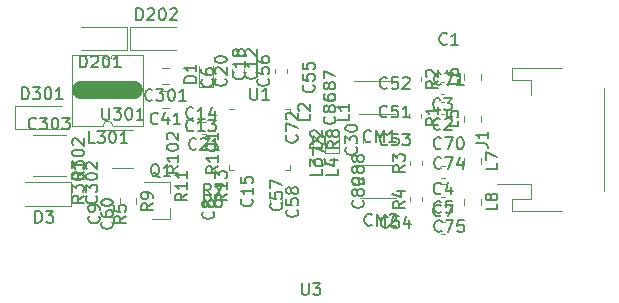
<source format=gbr>
G04 #@! TF.GenerationSoftware,KiCad,Pcbnew,(5.1.5)-2*
G04 #@! TF.CreationDate,2019-12-06T12:22:02+01:00*
G04 #@! TF.ProjectId,A2BFeatherWing,41324246-6561-4746-9865-7257696e672e,rev?*
G04 #@! TF.SameCoordinates,Original*
G04 #@! TF.FileFunction,Legend,Top*
G04 #@! TF.FilePolarity,Positive*
%FSLAX46Y46*%
G04 Gerber Fmt 4.6, Leading zero omitted, Abs format (unit mm)*
G04 Created by KiCad (PCBNEW (5.1.5)-2) date 2019-12-06 12:22:02*
%MOMM*%
%LPD*%
G04 APERTURE LIST*
%ADD10C,0.120000*%
%ADD11C,1.500000*%
%ADD12C,0.150000*%
G04 APERTURE END LIST*
D10*
X98535000Y-112033578D02*
X98535000Y-111516422D01*
X97115000Y-112033578D02*
X97115000Y-111516422D01*
X77375000Y-102200000D02*
X81275000Y-102200000D01*
X77375000Y-104200000D02*
X81275000Y-104200000D01*
X77375000Y-102200000D02*
X77375000Y-104200000D01*
X77125000Y-104200000D02*
X73225000Y-104200000D01*
X77125000Y-102200000D02*
X73225000Y-102200000D01*
X77125000Y-104200000D02*
X77125000Y-102200000D01*
X72375000Y-117350000D02*
X68475000Y-117350000D01*
X72375000Y-115350000D02*
X68475000Y-115350000D01*
X72375000Y-117350000D02*
X72375000Y-115350000D01*
X80658578Y-107665000D02*
X80141422Y-107665000D01*
X80658578Y-109085000D02*
X80141422Y-109085000D01*
X102135000Y-116987779D02*
X102135000Y-116662221D01*
X101115000Y-116987779D02*
X101115000Y-116662221D01*
X102135000Y-113937779D02*
X102135000Y-113612221D01*
X101115000Y-113937779D02*
X101115000Y-113612221D01*
X101040000Y-106487221D02*
X101040000Y-106812779D01*
X102060000Y-106487221D02*
X102060000Y-106812779D01*
X101040000Y-109637221D02*
X101040000Y-109962779D01*
X102060000Y-109637221D02*
X102060000Y-109962779D01*
X77675000Y-110915000D02*
X75225000Y-110915000D01*
X75875000Y-114135000D02*
X77675000Y-114135000D01*
X78525000Y-110600000D02*
X75925000Y-110600000D01*
X75125000Y-110600000D02*
G75*
G02X75925000Y-110600000I400000J0D01*
G01*
X75125000Y-110600000D02*
X72525000Y-110600000D01*
X75925000Y-104600000D02*
X78525000Y-104600000D01*
X75925000Y-104600000D02*
G75*
G02X75125000Y-104600000I-400000J0D01*
G01*
X72525000Y-110600000D02*
X72525000Y-104600000D01*
X78525000Y-104600000D02*
X78525000Y-110600000D01*
X72525000Y-104600000D02*
X75125000Y-104600000D01*
D11*
X73275000Y-107600000D02*
X77775000Y-107600000D01*
D10*
X69163748Y-114810000D02*
X71936252Y-114810000D01*
X69163748Y-111390000D02*
X71936252Y-111390000D01*
X80658578Y-105665000D02*
X80141422Y-105665000D01*
X80658578Y-107085000D02*
X80141422Y-107085000D01*
X96900000Y-116700000D02*
X99900000Y-116700000D01*
X96400000Y-113900000D02*
X99900000Y-113900000D01*
X96825000Y-109625000D02*
X99825000Y-109625000D01*
X96325000Y-106825000D02*
X99825000Y-106825000D01*
X86215000Y-109140000D02*
X85740000Y-109140000D01*
X90960000Y-114360000D02*
X90960000Y-113885000D01*
X90485000Y-114360000D02*
X90960000Y-114360000D01*
X85740000Y-114360000D02*
X85740000Y-113885000D01*
X86215000Y-114360000D02*
X85740000Y-114360000D01*
X90960000Y-109140000D02*
X90960000Y-109615000D01*
X90485000Y-109140000D02*
X90960000Y-109140000D01*
X76515000Y-116741422D02*
X76515000Y-117258578D01*
X77935000Y-116741422D02*
X77935000Y-117258578D01*
X96560000Y-111912779D02*
X96560000Y-111587221D01*
X95540000Y-111912779D02*
X95540000Y-111587221D01*
X80760000Y-118480000D02*
X79300000Y-118480000D01*
X80760000Y-115320000D02*
X78600000Y-115320000D01*
X80760000Y-115320000D02*
X80760000Y-116250000D01*
X80760000Y-118480000D02*
X80760000Y-117550000D01*
X105690000Y-116766422D02*
X105690000Y-117283578D01*
X107110000Y-116766422D02*
X107110000Y-117283578D01*
X105690000Y-113316422D02*
X105690000Y-113833578D01*
X107110000Y-113316422D02*
X107110000Y-113833578D01*
X107110000Y-106708578D02*
X107110000Y-106191422D01*
X105690000Y-106708578D02*
X105690000Y-106191422D01*
X107110000Y-110258578D02*
X107110000Y-109741422D01*
X105690000Y-110258578D02*
X105690000Y-109741422D01*
X67700000Y-108900000D02*
X71600000Y-108900000D01*
X67700000Y-110900000D02*
X71600000Y-110900000D01*
X67700000Y-108900000D02*
X67700000Y-110900000D01*
X95125000Y-111050000D02*
X95125000Y-112900000D01*
X93925000Y-111050000D02*
X93925000Y-112900000D01*
X93925000Y-112900000D02*
X95125000Y-112900000D01*
X84450000Y-105500000D02*
X84450000Y-107350000D01*
X83250000Y-105500000D02*
X83250000Y-107350000D01*
X83250000Y-107350000D02*
X84450000Y-107350000D01*
X89240000Y-116887221D02*
X89240000Y-117212779D01*
X90260000Y-116887221D02*
X90260000Y-117212779D01*
X90660000Y-106112779D02*
X90660000Y-105787221D01*
X89640000Y-106112779D02*
X89640000Y-105787221D01*
X83812779Y-110240000D02*
X83487221Y-110240000D01*
X83812779Y-111260000D02*
X83487221Y-111260000D01*
X87060000Y-106112779D02*
X87060000Y-105787221D01*
X86040000Y-106112779D02*
X86040000Y-105787221D01*
X103712221Y-119760000D02*
X104037779Y-119760000D01*
X103712221Y-118740000D02*
X104037779Y-118740000D01*
X104062779Y-115565000D02*
X103737221Y-115565000D01*
X104062779Y-116585000D02*
X103737221Y-116585000D01*
X104062779Y-114015000D02*
X103737221Y-114015000D01*
X104062779Y-115035000D02*
X103737221Y-115035000D01*
X104012779Y-106890000D02*
X103687221Y-106890000D01*
X104012779Y-107910000D02*
X103687221Y-107910000D01*
X104012779Y-108540000D02*
X103687221Y-108540000D01*
X104012779Y-109560000D02*
X103687221Y-109560000D01*
X117540000Y-116100000D02*
X117540000Y-107420000D01*
X111320000Y-106720000D02*
X111320000Y-108000000D01*
X109720000Y-106720000D02*
X111320000Y-106720000D01*
X109720000Y-105700000D02*
X109720000Y-106720000D01*
X113970000Y-105700000D02*
X109720000Y-105700000D01*
X111320000Y-115520000D02*
X108430000Y-115520000D01*
X111320000Y-116800000D02*
X111320000Y-115520000D01*
X109720000Y-116800000D02*
X111320000Y-116800000D01*
X109720000Y-117820000D02*
X109720000Y-116800000D01*
X113970000Y-117820000D02*
X109720000Y-117820000D01*
D12*
X96532142Y-112417857D02*
X96579761Y-112465476D01*
X96627380Y-112608333D01*
X96627380Y-112703571D01*
X96579761Y-112846428D01*
X96484523Y-112941666D01*
X96389285Y-112989285D01*
X96198809Y-113036904D01*
X96055952Y-113036904D01*
X95865476Y-112989285D01*
X95770238Y-112941666D01*
X95675000Y-112846428D01*
X95627380Y-112703571D01*
X95627380Y-112608333D01*
X95675000Y-112465476D01*
X95722619Y-112417857D01*
X95627380Y-112084523D02*
X95627380Y-111465476D01*
X96008333Y-111798809D01*
X96008333Y-111655952D01*
X96055952Y-111560714D01*
X96103571Y-111513095D01*
X96198809Y-111465476D01*
X96436904Y-111465476D01*
X96532142Y-111513095D01*
X96579761Y-111560714D01*
X96627380Y-111655952D01*
X96627380Y-111941666D01*
X96579761Y-112036904D01*
X96532142Y-112084523D01*
X95627380Y-110846428D02*
X95627380Y-110751190D01*
X95675000Y-110655952D01*
X95722619Y-110608333D01*
X95817857Y-110560714D01*
X96008333Y-110513095D01*
X96246428Y-110513095D01*
X96436904Y-110560714D01*
X96532142Y-110608333D01*
X96579761Y-110655952D01*
X96627380Y-110751190D01*
X96627380Y-110846428D01*
X96579761Y-110941666D01*
X96532142Y-110989285D01*
X96436904Y-111036904D01*
X96246428Y-111084523D01*
X96008333Y-111084523D01*
X95817857Y-111036904D01*
X95722619Y-110989285D01*
X95675000Y-110941666D01*
X95627380Y-110846428D01*
X77934523Y-101652380D02*
X77934523Y-100652380D01*
X78172619Y-100652380D01*
X78315476Y-100700000D01*
X78410714Y-100795238D01*
X78458333Y-100890476D01*
X78505952Y-101080952D01*
X78505952Y-101223809D01*
X78458333Y-101414285D01*
X78410714Y-101509523D01*
X78315476Y-101604761D01*
X78172619Y-101652380D01*
X77934523Y-101652380D01*
X78886904Y-100747619D02*
X78934523Y-100700000D01*
X79029761Y-100652380D01*
X79267857Y-100652380D01*
X79363095Y-100700000D01*
X79410714Y-100747619D01*
X79458333Y-100842857D01*
X79458333Y-100938095D01*
X79410714Y-101080952D01*
X78839285Y-101652380D01*
X79458333Y-101652380D01*
X80077380Y-100652380D02*
X80172619Y-100652380D01*
X80267857Y-100700000D01*
X80315476Y-100747619D01*
X80363095Y-100842857D01*
X80410714Y-101033333D01*
X80410714Y-101271428D01*
X80363095Y-101461904D01*
X80315476Y-101557142D01*
X80267857Y-101604761D01*
X80172619Y-101652380D01*
X80077380Y-101652380D01*
X79982142Y-101604761D01*
X79934523Y-101557142D01*
X79886904Y-101461904D01*
X79839285Y-101271428D01*
X79839285Y-101033333D01*
X79886904Y-100842857D01*
X79934523Y-100747619D01*
X79982142Y-100700000D01*
X80077380Y-100652380D01*
X80791666Y-100747619D02*
X80839285Y-100700000D01*
X80934523Y-100652380D01*
X81172619Y-100652380D01*
X81267857Y-100700000D01*
X81315476Y-100747619D01*
X81363095Y-100842857D01*
X81363095Y-100938095D01*
X81315476Y-101080952D01*
X80744047Y-101652380D01*
X81363095Y-101652380D01*
X73184523Y-105652380D02*
X73184523Y-104652380D01*
X73422619Y-104652380D01*
X73565476Y-104700000D01*
X73660714Y-104795238D01*
X73708333Y-104890476D01*
X73755952Y-105080952D01*
X73755952Y-105223809D01*
X73708333Y-105414285D01*
X73660714Y-105509523D01*
X73565476Y-105604761D01*
X73422619Y-105652380D01*
X73184523Y-105652380D01*
X74136904Y-104747619D02*
X74184523Y-104700000D01*
X74279761Y-104652380D01*
X74517857Y-104652380D01*
X74613095Y-104700000D01*
X74660714Y-104747619D01*
X74708333Y-104842857D01*
X74708333Y-104938095D01*
X74660714Y-105080952D01*
X74089285Y-105652380D01*
X74708333Y-105652380D01*
X75327380Y-104652380D02*
X75422619Y-104652380D01*
X75517857Y-104700000D01*
X75565476Y-104747619D01*
X75613095Y-104842857D01*
X75660714Y-105033333D01*
X75660714Y-105271428D01*
X75613095Y-105461904D01*
X75565476Y-105557142D01*
X75517857Y-105604761D01*
X75422619Y-105652380D01*
X75327380Y-105652380D01*
X75232142Y-105604761D01*
X75184523Y-105557142D01*
X75136904Y-105461904D01*
X75089285Y-105271428D01*
X75089285Y-105033333D01*
X75136904Y-104842857D01*
X75184523Y-104747619D01*
X75232142Y-104700000D01*
X75327380Y-104652380D01*
X76613095Y-105652380D02*
X76041666Y-105652380D01*
X76327380Y-105652380D02*
X76327380Y-104652380D01*
X76232142Y-104795238D01*
X76136904Y-104890476D01*
X76041666Y-104938095D01*
X81502380Y-114029047D02*
X81026190Y-114362380D01*
X81502380Y-114600476D02*
X80502380Y-114600476D01*
X80502380Y-114219523D01*
X80550000Y-114124285D01*
X80597619Y-114076666D01*
X80692857Y-114029047D01*
X80835714Y-114029047D01*
X80930952Y-114076666D01*
X80978571Y-114124285D01*
X81026190Y-114219523D01*
X81026190Y-114600476D01*
X81502380Y-113076666D02*
X81502380Y-113648095D01*
X81502380Y-113362380D02*
X80502380Y-113362380D01*
X80645238Y-113457619D01*
X80740476Y-113552857D01*
X80788095Y-113648095D01*
X80502380Y-112457619D02*
X80502380Y-112362380D01*
X80550000Y-112267142D01*
X80597619Y-112219523D01*
X80692857Y-112171904D01*
X80883333Y-112124285D01*
X81121428Y-112124285D01*
X81311904Y-112171904D01*
X81407142Y-112219523D01*
X81454761Y-112267142D01*
X81502380Y-112362380D01*
X81502380Y-112457619D01*
X81454761Y-112552857D01*
X81407142Y-112600476D01*
X81311904Y-112648095D01*
X81121428Y-112695714D01*
X80883333Y-112695714D01*
X80692857Y-112648095D01*
X80597619Y-112600476D01*
X80550000Y-112552857D01*
X80502380Y-112457619D01*
X80597619Y-111743333D02*
X80550000Y-111695714D01*
X80502380Y-111600476D01*
X80502380Y-111362380D01*
X80550000Y-111267142D01*
X80597619Y-111219523D01*
X80692857Y-111171904D01*
X80788095Y-111171904D01*
X80930952Y-111219523D01*
X81502380Y-111790952D01*
X81502380Y-111171904D01*
X84842380Y-114029047D02*
X84366190Y-114362380D01*
X84842380Y-114600476D02*
X83842380Y-114600476D01*
X83842380Y-114219523D01*
X83890000Y-114124285D01*
X83937619Y-114076666D01*
X84032857Y-114029047D01*
X84175714Y-114029047D01*
X84270952Y-114076666D01*
X84318571Y-114124285D01*
X84366190Y-114219523D01*
X84366190Y-114600476D01*
X84842380Y-113076666D02*
X84842380Y-113648095D01*
X84842380Y-113362380D02*
X83842380Y-113362380D01*
X83985238Y-113457619D01*
X84080476Y-113552857D01*
X84128095Y-113648095D01*
X83842380Y-112457619D02*
X83842380Y-112362380D01*
X83890000Y-112267142D01*
X83937619Y-112219523D01*
X84032857Y-112171904D01*
X84223333Y-112124285D01*
X84461428Y-112124285D01*
X84651904Y-112171904D01*
X84747142Y-112219523D01*
X84794761Y-112267142D01*
X84842380Y-112362380D01*
X84842380Y-112457619D01*
X84794761Y-112552857D01*
X84747142Y-112600476D01*
X84651904Y-112648095D01*
X84461428Y-112695714D01*
X84223333Y-112695714D01*
X84032857Y-112648095D01*
X83937619Y-112600476D01*
X83890000Y-112552857D01*
X83842380Y-112457619D01*
X84842380Y-111171904D02*
X84842380Y-111743333D01*
X84842380Y-111457619D02*
X83842380Y-111457619D01*
X83985238Y-111552857D01*
X84080476Y-111648095D01*
X84128095Y-111743333D01*
X69386904Y-118802380D02*
X69386904Y-117802380D01*
X69625000Y-117802380D01*
X69767857Y-117850000D01*
X69863095Y-117945238D01*
X69910714Y-118040476D01*
X69958333Y-118230952D01*
X69958333Y-118373809D01*
X69910714Y-118564285D01*
X69863095Y-118659523D01*
X69767857Y-118754761D01*
X69625000Y-118802380D01*
X69386904Y-118802380D01*
X70291666Y-117802380D02*
X70910714Y-117802380D01*
X70577380Y-118183333D01*
X70720238Y-118183333D01*
X70815476Y-118230952D01*
X70863095Y-118278571D01*
X70910714Y-118373809D01*
X70910714Y-118611904D01*
X70863095Y-118707142D01*
X70815476Y-118754761D01*
X70720238Y-118802380D01*
X70434523Y-118802380D01*
X70339285Y-118754761D01*
X70291666Y-118707142D01*
X79757142Y-110382142D02*
X79709523Y-110429761D01*
X79566666Y-110477380D01*
X79471428Y-110477380D01*
X79328571Y-110429761D01*
X79233333Y-110334523D01*
X79185714Y-110239285D01*
X79138095Y-110048809D01*
X79138095Y-109905952D01*
X79185714Y-109715476D01*
X79233333Y-109620238D01*
X79328571Y-109525000D01*
X79471428Y-109477380D01*
X79566666Y-109477380D01*
X79709523Y-109525000D01*
X79757142Y-109572619D01*
X80614285Y-109810714D02*
X80614285Y-110477380D01*
X80376190Y-109429761D02*
X80138095Y-110144047D01*
X80757142Y-110144047D01*
X81661904Y-110477380D02*
X81090476Y-110477380D01*
X81376190Y-110477380D02*
X81376190Y-109477380D01*
X81280952Y-109620238D01*
X81185714Y-109715476D01*
X81090476Y-109763095D01*
X100647380Y-116991666D02*
X100171190Y-117325000D01*
X100647380Y-117563095D02*
X99647380Y-117563095D01*
X99647380Y-117182142D01*
X99695000Y-117086904D01*
X99742619Y-117039285D01*
X99837857Y-116991666D01*
X99980714Y-116991666D01*
X100075952Y-117039285D01*
X100123571Y-117086904D01*
X100171190Y-117182142D01*
X100171190Y-117563095D01*
X99980714Y-116134523D02*
X100647380Y-116134523D01*
X99599761Y-116372619D02*
X100314047Y-116610714D01*
X100314047Y-115991666D01*
X100647380Y-113941666D02*
X100171190Y-114275000D01*
X100647380Y-114513095D02*
X99647380Y-114513095D01*
X99647380Y-114132142D01*
X99695000Y-114036904D01*
X99742619Y-113989285D01*
X99837857Y-113941666D01*
X99980714Y-113941666D01*
X100075952Y-113989285D01*
X100123571Y-114036904D01*
X100171190Y-114132142D01*
X100171190Y-114513095D01*
X99647380Y-113608333D02*
X99647380Y-112989285D01*
X100028333Y-113322619D01*
X100028333Y-113179761D01*
X100075952Y-113084523D01*
X100123571Y-113036904D01*
X100218809Y-112989285D01*
X100456904Y-112989285D01*
X100552142Y-113036904D01*
X100599761Y-113084523D01*
X100647380Y-113179761D01*
X100647380Y-113465476D01*
X100599761Y-113560714D01*
X100552142Y-113608333D01*
X103432380Y-106816666D02*
X102956190Y-107150000D01*
X103432380Y-107388095D02*
X102432380Y-107388095D01*
X102432380Y-107007142D01*
X102480000Y-106911904D01*
X102527619Y-106864285D01*
X102622857Y-106816666D01*
X102765714Y-106816666D01*
X102860952Y-106864285D01*
X102908571Y-106911904D01*
X102956190Y-107007142D01*
X102956190Y-107388095D01*
X102527619Y-106435714D02*
X102480000Y-106388095D01*
X102432380Y-106292857D01*
X102432380Y-106054761D01*
X102480000Y-105959523D01*
X102527619Y-105911904D01*
X102622857Y-105864285D01*
X102718095Y-105864285D01*
X102860952Y-105911904D01*
X103432380Y-106483333D01*
X103432380Y-105864285D01*
X103432380Y-109966666D02*
X102956190Y-110300000D01*
X103432380Y-110538095D02*
X102432380Y-110538095D01*
X102432380Y-110157142D01*
X102480000Y-110061904D01*
X102527619Y-110014285D01*
X102622857Y-109966666D01*
X102765714Y-109966666D01*
X102860952Y-110014285D01*
X102908571Y-110061904D01*
X102956190Y-110157142D01*
X102956190Y-110538095D01*
X103432380Y-109014285D02*
X103432380Y-109585714D01*
X103432380Y-109300000D02*
X102432380Y-109300000D01*
X102575238Y-109395238D01*
X102670476Y-109490476D01*
X102718095Y-109585714D01*
X75060714Y-109077380D02*
X75060714Y-109886904D01*
X75108333Y-109982142D01*
X75155952Y-110029761D01*
X75251190Y-110077380D01*
X75441666Y-110077380D01*
X75536904Y-110029761D01*
X75584523Y-109982142D01*
X75632142Y-109886904D01*
X75632142Y-109077380D01*
X76013095Y-109077380D02*
X76632142Y-109077380D01*
X76298809Y-109458333D01*
X76441666Y-109458333D01*
X76536904Y-109505952D01*
X76584523Y-109553571D01*
X76632142Y-109648809D01*
X76632142Y-109886904D01*
X76584523Y-109982142D01*
X76536904Y-110029761D01*
X76441666Y-110077380D01*
X76155952Y-110077380D01*
X76060714Y-110029761D01*
X76013095Y-109982142D01*
X77251190Y-109077380D02*
X77346428Y-109077380D01*
X77441666Y-109125000D01*
X77489285Y-109172619D01*
X77536904Y-109267857D01*
X77584523Y-109458333D01*
X77584523Y-109696428D01*
X77536904Y-109886904D01*
X77489285Y-109982142D01*
X77441666Y-110029761D01*
X77346428Y-110077380D01*
X77251190Y-110077380D01*
X77155952Y-110029761D01*
X77108333Y-109982142D01*
X77060714Y-109886904D01*
X77013095Y-109696428D01*
X77013095Y-109458333D01*
X77060714Y-109267857D01*
X77108333Y-109172619D01*
X77155952Y-109125000D01*
X77251190Y-109077380D01*
X78536904Y-110077380D02*
X77965476Y-110077380D01*
X78251190Y-110077380D02*
X78251190Y-109077380D01*
X78155952Y-109220238D01*
X78060714Y-109315476D01*
X77965476Y-109363095D01*
X73482380Y-114519047D02*
X73006190Y-114852380D01*
X73482380Y-115090476D02*
X72482380Y-115090476D01*
X72482380Y-114709523D01*
X72530000Y-114614285D01*
X72577619Y-114566666D01*
X72672857Y-114519047D01*
X72815714Y-114519047D01*
X72910952Y-114566666D01*
X72958571Y-114614285D01*
X73006190Y-114709523D01*
X73006190Y-115090476D01*
X72482380Y-114185714D02*
X72482380Y-113566666D01*
X72863333Y-113900000D01*
X72863333Y-113757142D01*
X72910952Y-113661904D01*
X72958571Y-113614285D01*
X73053809Y-113566666D01*
X73291904Y-113566666D01*
X73387142Y-113614285D01*
X73434761Y-113661904D01*
X73482380Y-113757142D01*
X73482380Y-114042857D01*
X73434761Y-114138095D01*
X73387142Y-114185714D01*
X72482380Y-112947619D02*
X72482380Y-112852380D01*
X72530000Y-112757142D01*
X72577619Y-112709523D01*
X72672857Y-112661904D01*
X72863333Y-112614285D01*
X73101428Y-112614285D01*
X73291904Y-112661904D01*
X73387142Y-112709523D01*
X73434761Y-112757142D01*
X73482380Y-112852380D01*
X73482380Y-112947619D01*
X73434761Y-113042857D01*
X73387142Y-113090476D01*
X73291904Y-113138095D01*
X73101428Y-113185714D01*
X72863333Y-113185714D01*
X72672857Y-113138095D01*
X72577619Y-113090476D01*
X72530000Y-113042857D01*
X72482380Y-112947619D01*
X72577619Y-112233333D02*
X72530000Y-112185714D01*
X72482380Y-112090476D01*
X72482380Y-111852380D01*
X72530000Y-111757142D01*
X72577619Y-111709523D01*
X72672857Y-111661904D01*
X72768095Y-111661904D01*
X72910952Y-111709523D01*
X73482380Y-112280952D01*
X73482380Y-111661904D01*
X73482380Y-116519047D02*
X73006190Y-116852380D01*
X73482380Y-117090476D02*
X72482380Y-117090476D01*
X72482380Y-116709523D01*
X72530000Y-116614285D01*
X72577619Y-116566666D01*
X72672857Y-116519047D01*
X72815714Y-116519047D01*
X72910952Y-116566666D01*
X72958571Y-116614285D01*
X73006190Y-116709523D01*
X73006190Y-117090476D01*
X72482380Y-116185714D02*
X72482380Y-115566666D01*
X72863333Y-115900000D01*
X72863333Y-115757142D01*
X72910952Y-115661904D01*
X72958571Y-115614285D01*
X73053809Y-115566666D01*
X73291904Y-115566666D01*
X73387142Y-115614285D01*
X73434761Y-115661904D01*
X73482380Y-115757142D01*
X73482380Y-116042857D01*
X73434761Y-116138095D01*
X73387142Y-116185714D01*
X72482380Y-114947619D02*
X72482380Y-114852380D01*
X72530000Y-114757142D01*
X72577619Y-114709523D01*
X72672857Y-114661904D01*
X72863333Y-114614285D01*
X73101428Y-114614285D01*
X73291904Y-114661904D01*
X73387142Y-114709523D01*
X73434761Y-114757142D01*
X73482380Y-114852380D01*
X73482380Y-114947619D01*
X73434761Y-115042857D01*
X73387142Y-115090476D01*
X73291904Y-115138095D01*
X73101428Y-115185714D01*
X72863333Y-115185714D01*
X72672857Y-115138095D01*
X72577619Y-115090476D01*
X72530000Y-115042857D01*
X72482380Y-114947619D01*
X73482380Y-113661904D02*
X73482380Y-114233333D01*
X73482380Y-113947619D02*
X72482380Y-113947619D01*
X72625238Y-114042857D01*
X72720476Y-114138095D01*
X72768095Y-114233333D01*
X74405952Y-112052380D02*
X73929761Y-112052380D01*
X73929761Y-111052380D01*
X74644047Y-111052380D02*
X75263095Y-111052380D01*
X74929761Y-111433333D01*
X75072619Y-111433333D01*
X75167857Y-111480952D01*
X75215476Y-111528571D01*
X75263095Y-111623809D01*
X75263095Y-111861904D01*
X75215476Y-111957142D01*
X75167857Y-112004761D01*
X75072619Y-112052380D01*
X74786904Y-112052380D01*
X74691666Y-112004761D01*
X74644047Y-111957142D01*
X75882142Y-111052380D02*
X75977380Y-111052380D01*
X76072619Y-111100000D01*
X76120238Y-111147619D01*
X76167857Y-111242857D01*
X76215476Y-111433333D01*
X76215476Y-111671428D01*
X76167857Y-111861904D01*
X76120238Y-111957142D01*
X76072619Y-112004761D01*
X75977380Y-112052380D01*
X75882142Y-112052380D01*
X75786904Y-112004761D01*
X75739285Y-111957142D01*
X75691666Y-111861904D01*
X75644047Y-111671428D01*
X75644047Y-111433333D01*
X75691666Y-111242857D01*
X75739285Y-111147619D01*
X75786904Y-111100000D01*
X75882142Y-111052380D01*
X77167857Y-112052380D02*
X76596428Y-112052380D01*
X76882142Y-112052380D02*
X76882142Y-111052380D01*
X76786904Y-111195238D01*
X76691666Y-111290476D01*
X76596428Y-111338095D01*
X69430952Y-110807142D02*
X69383333Y-110854761D01*
X69240476Y-110902380D01*
X69145238Y-110902380D01*
X69002380Y-110854761D01*
X68907142Y-110759523D01*
X68859523Y-110664285D01*
X68811904Y-110473809D01*
X68811904Y-110330952D01*
X68859523Y-110140476D01*
X68907142Y-110045238D01*
X69002380Y-109950000D01*
X69145238Y-109902380D01*
X69240476Y-109902380D01*
X69383333Y-109950000D01*
X69430952Y-109997619D01*
X69764285Y-109902380D02*
X70383333Y-109902380D01*
X70050000Y-110283333D01*
X70192857Y-110283333D01*
X70288095Y-110330952D01*
X70335714Y-110378571D01*
X70383333Y-110473809D01*
X70383333Y-110711904D01*
X70335714Y-110807142D01*
X70288095Y-110854761D01*
X70192857Y-110902380D01*
X69907142Y-110902380D01*
X69811904Y-110854761D01*
X69764285Y-110807142D01*
X71002380Y-109902380D02*
X71097619Y-109902380D01*
X71192857Y-109950000D01*
X71240476Y-109997619D01*
X71288095Y-110092857D01*
X71335714Y-110283333D01*
X71335714Y-110521428D01*
X71288095Y-110711904D01*
X71240476Y-110807142D01*
X71192857Y-110854761D01*
X71097619Y-110902380D01*
X71002380Y-110902380D01*
X70907142Y-110854761D01*
X70859523Y-110807142D01*
X70811904Y-110711904D01*
X70764285Y-110521428D01*
X70764285Y-110283333D01*
X70811904Y-110092857D01*
X70859523Y-109997619D01*
X70907142Y-109950000D01*
X71002380Y-109902380D01*
X71669047Y-109902380D02*
X72288095Y-109902380D01*
X71954761Y-110283333D01*
X72097619Y-110283333D01*
X72192857Y-110330952D01*
X72240476Y-110378571D01*
X72288095Y-110473809D01*
X72288095Y-110711904D01*
X72240476Y-110807142D01*
X72192857Y-110854761D01*
X72097619Y-110902380D01*
X71811904Y-110902380D01*
X71716666Y-110854761D01*
X71669047Y-110807142D01*
X74537142Y-116519047D02*
X74584761Y-116566666D01*
X74632380Y-116709523D01*
X74632380Y-116804761D01*
X74584761Y-116947619D01*
X74489523Y-117042857D01*
X74394285Y-117090476D01*
X74203809Y-117138095D01*
X74060952Y-117138095D01*
X73870476Y-117090476D01*
X73775238Y-117042857D01*
X73680000Y-116947619D01*
X73632380Y-116804761D01*
X73632380Y-116709523D01*
X73680000Y-116566666D01*
X73727619Y-116519047D01*
X73632380Y-116185714D02*
X73632380Y-115566666D01*
X74013333Y-115900000D01*
X74013333Y-115757142D01*
X74060952Y-115661904D01*
X74108571Y-115614285D01*
X74203809Y-115566666D01*
X74441904Y-115566666D01*
X74537142Y-115614285D01*
X74584761Y-115661904D01*
X74632380Y-115757142D01*
X74632380Y-116042857D01*
X74584761Y-116138095D01*
X74537142Y-116185714D01*
X73632380Y-114947619D02*
X73632380Y-114852380D01*
X73680000Y-114757142D01*
X73727619Y-114709523D01*
X73822857Y-114661904D01*
X74013333Y-114614285D01*
X74251428Y-114614285D01*
X74441904Y-114661904D01*
X74537142Y-114709523D01*
X74584761Y-114757142D01*
X74632380Y-114852380D01*
X74632380Y-114947619D01*
X74584761Y-115042857D01*
X74537142Y-115090476D01*
X74441904Y-115138095D01*
X74251428Y-115185714D01*
X74013333Y-115185714D01*
X73822857Y-115138095D01*
X73727619Y-115090476D01*
X73680000Y-115042857D01*
X73632380Y-114947619D01*
X73727619Y-114233333D02*
X73680000Y-114185714D01*
X73632380Y-114090476D01*
X73632380Y-113852380D01*
X73680000Y-113757142D01*
X73727619Y-113709523D01*
X73822857Y-113661904D01*
X73918095Y-113661904D01*
X74060952Y-113709523D01*
X74632380Y-114280952D01*
X74632380Y-113661904D01*
X79280952Y-108382142D02*
X79233333Y-108429761D01*
X79090476Y-108477380D01*
X78995238Y-108477380D01*
X78852380Y-108429761D01*
X78757142Y-108334523D01*
X78709523Y-108239285D01*
X78661904Y-108048809D01*
X78661904Y-107905952D01*
X78709523Y-107715476D01*
X78757142Y-107620238D01*
X78852380Y-107525000D01*
X78995238Y-107477380D01*
X79090476Y-107477380D01*
X79233333Y-107525000D01*
X79280952Y-107572619D01*
X79614285Y-107477380D02*
X80233333Y-107477380D01*
X79900000Y-107858333D01*
X80042857Y-107858333D01*
X80138095Y-107905952D01*
X80185714Y-107953571D01*
X80233333Y-108048809D01*
X80233333Y-108286904D01*
X80185714Y-108382142D01*
X80138095Y-108429761D01*
X80042857Y-108477380D01*
X79757142Y-108477380D01*
X79661904Y-108429761D01*
X79614285Y-108382142D01*
X80852380Y-107477380D02*
X80947619Y-107477380D01*
X81042857Y-107525000D01*
X81090476Y-107572619D01*
X81138095Y-107667857D01*
X81185714Y-107858333D01*
X81185714Y-108096428D01*
X81138095Y-108286904D01*
X81090476Y-108382142D01*
X81042857Y-108429761D01*
X80947619Y-108477380D01*
X80852380Y-108477380D01*
X80757142Y-108429761D01*
X80709523Y-108382142D01*
X80661904Y-108286904D01*
X80614285Y-108096428D01*
X80614285Y-107858333D01*
X80661904Y-107667857D01*
X80709523Y-107572619D01*
X80757142Y-107525000D01*
X80852380Y-107477380D01*
X82138095Y-108477380D02*
X81566666Y-108477380D01*
X81852380Y-108477380D02*
X81852380Y-107477380D01*
X81757142Y-107620238D01*
X81661904Y-107715476D01*
X81566666Y-107763095D01*
X97861904Y-118957142D02*
X97814285Y-119004761D01*
X97671428Y-119052380D01*
X97576190Y-119052380D01*
X97433333Y-119004761D01*
X97338095Y-118909523D01*
X97290476Y-118814285D01*
X97242857Y-118623809D01*
X97242857Y-118480952D01*
X97290476Y-118290476D01*
X97338095Y-118195238D01*
X97433333Y-118100000D01*
X97576190Y-118052380D01*
X97671428Y-118052380D01*
X97814285Y-118100000D01*
X97861904Y-118147619D01*
X98290476Y-119052380D02*
X98290476Y-118052380D01*
X98623809Y-118766666D01*
X98957142Y-118052380D01*
X98957142Y-119052380D01*
X99385714Y-118147619D02*
X99433333Y-118100000D01*
X99528571Y-118052380D01*
X99766666Y-118052380D01*
X99861904Y-118100000D01*
X99909523Y-118147619D01*
X99957142Y-118242857D01*
X99957142Y-118338095D01*
X99909523Y-118480952D01*
X99338095Y-119052380D01*
X99957142Y-119052380D01*
X97786904Y-111882142D02*
X97739285Y-111929761D01*
X97596428Y-111977380D01*
X97501190Y-111977380D01*
X97358333Y-111929761D01*
X97263095Y-111834523D01*
X97215476Y-111739285D01*
X97167857Y-111548809D01*
X97167857Y-111405952D01*
X97215476Y-111215476D01*
X97263095Y-111120238D01*
X97358333Y-111025000D01*
X97501190Y-110977380D01*
X97596428Y-110977380D01*
X97739285Y-111025000D01*
X97786904Y-111072619D01*
X98215476Y-111977380D02*
X98215476Y-110977380D01*
X98548809Y-111691666D01*
X98882142Y-110977380D01*
X98882142Y-111977380D01*
X99882142Y-111977380D02*
X99310714Y-111977380D01*
X99596428Y-111977380D02*
X99596428Y-110977380D01*
X99501190Y-111120238D01*
X99405952Y-111215476D01*
X99310714Y-111263095D01*
X87588095Y-107402380D02*
X87588095Y-108211904D01*
X87635714Y-108307142D01*
X87683333Y-108354761D01*
X87778571Y-108402380D01*
X87969047Y-108402380D01*
X88064285Y-108354761D01*
X88111904Y-108307142D01*
X88159523Y-108211904D01*
X88159523Y-107402380D01*
X89159523Y-108402380D02*
X88588095Y-108402380D01*
X88873809Y-108402380D02*
X88873809Y-107402380D01*
X88778571Y-107545238D01*
X88683333Y-107640476D01*
X88588095Y-107688095D01*
X85572380Y-116342857D02*
X85096190Y-116676190D01*
X85572380Y-116914285D02*
X84572380Y-116914285D01*
X84572380Y-116533333D01*
X84620000Y-116438095D01*
X84667619Y-116390476D01*
X84762857Y-116342857D01*
X84905714Y-116342857D01*
X85000952Y-116390476D01*
X85048571Y-116438095D01*
X85096190Y-116533333D01*
X85096190Y-116914285D01*
X85572380Y-115390476D02*
X85572380Y-115961904D01*
X85572380Y-115676190D02*
X84572380Y-115676190D01*
X84715238Y-115771428D01*
X84810476Y-115866666D01*
X84858095Y-115961904D01*
X84572380Y-115057142D02*
X84572380Y-114438095D01*
X84953333Y-114771428D01*
X84953333Y-114628571D01*
X85000952Y-114533333D01*
X85048571Y-114485714D01*
X85143809Y-114438095D01*
X85381904Y-114438095D01*
X85477142Y-114485714D01*
X85524761Y-114533333D01*
X85572380Y-114628571D01*
X85572380Y-114914285D01*
X85524761Y-115009523D01*
X85477142Y-115057142D01*
X82232380Y-116342857D02*
X81756190Y-116676190D01*
X82232380Y-116914285D02*
X81232380Y-116914285D01*
X81232380Y-116533333D01*
X81280000Y-116438095D01*
X81327619Y-116390476D01*
X81422857Y-116342857D01*
X81565714Y-116342857D01*
X81660952Y-116390476D01*
X81708571Y-116438095D01*
X81756190Y-116533333D01*
X81756190Y-116914285D01*
X82232380Y-115390476D02*
X82232380Y-115961904D01*
X82232380Y-115676190D02*
X81232380Y-115676190D01*
X81375238Y-115771428D01*
X81470476Y-115866666D01*
X81518095Y-115961904D01*
X82232380Y-114438095D02*
X82232380Y-115009523D01*
X82232380Y-114723809D02*
X81232380Y-114723809D01*
X81375238Y-114819047D01*
X81470476Y-114914285D01*
X81518095Y-115009523D01*
X79327380Y-117166666D02*
X78851190Y-117500000D01*
X79327380Y-117738095D02*
X78327380Y-117738095D01*
X78327380Y-117357142D01*
X78375000Y-117261904D01*
X78422619Y-117214285D01*
X78517857Y-117166666D01*
X78660714Y-117166666D01*
X78755952Y-117214285D01*
X78803571Y-117261904D01*
X78851190Y-117357142D01*
X78851190Y-117738095D01*
X79327380Y-116690476D02*
X79327380Y-116500000D01*
X79279761Y-116404761D01*
X79232142Y-116357142D01*
X79089285Y-116261904D01*
X78898809Y-116214285D01*
X78517857Y-116214285D01*
X78422619Y-116261904D01*
X78375000Y-116309523D01*
X78327380Y-116404761D01*
X78327380Y-116595238D01*
X78375000Y-116690476D01*
X78422619Y-116738095D01*
X78517857Y-116785714D01*
X78755952Y-116785714D01*
X78851190Y-116738095D01*
X78898809Y-116690476D01*
X78946428Y-116595238D01*
X78946428Y-116404761D01*
X78898809Y-116309523D01*
X78851190Y-116261904D01*
X78755952Y-116214285D01*
X95072380Y-111916666D02*
X94596190Y-112250000D01*
X95072380Y-112488095D02*
X94072380Y-112488095D01*
X94072380Y-112107142D01*
X94120000Y-112011904D01*
X94167619Y-111964285D01*
X94262857Y-111916666D01*
X94405714Y-111916666D01*
X94500952Y-111964285D01*
X94548571Y-112011904D01*
X94596190Y-112107142D01*
X94596190Y-112488095D01*
X94500952Y-111345238D02*
X94453333Y-111440476D01*
X94405714Y-111488095D01*
X94310476Y-111535714D01*
X94262857Y-111535714D01*
X94167619Y-111488095D01*
X94120000Y-111440476D01*
X94072380Y-111345238D01*
X94072380Y-111154761D01*
X94120000Y-111059523D01*
X94167619Y-111011904D01*
X94262857Y-110964285D01*
X94310476Y-110964285D01*
X94405714Y-111011904D01*
X94453333Y-111059523D01*
X94500952Y-111154761D01*
X94500952Y-111345238D01*
X94548571Y-111440476D01*
X94596190Y-111488095D01*
X94691428Y-111535714D01*
X94881904Y-111535714D01*
X94977142Y-111488095D01*
X95024761Y-111440476D01*
X95072380Y-111345238D01*
X95072380Y-111154761D01*
X95024761Y-111059523D01*
X94977142Y-111011904D01*
X94881904Y-110964285D01*
X94691428Y-110964285D01*
X94596190Y-111011904D01*
X94548571Y-111059523D01*
X94500952Y-111154761D01*
X84233333Y-116482380D02*
X83900000Y-116006190D01*
X83661904Y-116482380D02*
X83661904Y-115482380D01*
X84042857Y-115482380D01*
X84138095Y-115530000D01*
X84185714Y-115577619D01*
X84233333Y-115672857D01*
X84233333Y-115815714D01*
X84185714Y-115910952D01*
X84138095Y-115958571D01*
X84042857Y-116006190D01*
X83661904Y-116006190D01*
X84566666Y-115482380D02*
X85233333Y-115482380D01*
X84804761Y-116482380D01*
X84233333Y-117482380D02*
X83900000Y-117006190D01*
X83661904Y-117482380D02*
X83661904Y-116482380D01*
X84042857Y-116482380D01*
X84138095Y-116530000D01*
X84185714Y-116577619D01*
X84233333Y-116672857D01*
X84233333Y-116815714D01*
X84185714Y-116910952D01*
X84138095Y-116958571D01*
X84042857Y-117006190D01*
X83661904Y-117006190D01*
X85090476Y-116482380D02*
X84900000Y-116482380D01*
X84804761Y-116530000D01*
X84757142Y-116577619D01*
X84661904Y-116720476D01*
X84614285Y-116910952D01*
X84614285Y-117291904D01*
X84661904Y-117387142D01*
X84709523Y-117434761D01*
X84804761Y-117482380D01*
X84995238Y-117482380D01*
X85090476Y-117434761D01*
X85138095Y-117387142D01*
X85185714Y-117291904D01*
X85185714Y-117053809D01*
X85138095Y-116958571D01*
X85090476Y-116910952D01*
X84995238Y-116863333D01*
X84804761Y-116863333D01*
X84709523Y-116910952D01*
X84661904Y-116958571D01*
X84614285Y-117053809D01*
X77047380Y-118241666D02*
X76571190Y-118575000D01*
X77047380Y-118813095D02*
X76047380Y-118813095D01*
X76047380Y-118432142D01*
X76095000Y-118336904D01*
X76142619Y-118289285D01*
X76237857Y-118241666D01*
X76380714Y-118241666D01*
X76475952Y-118289285D01*
X76523571Y-118336904D01*
X76571190Y-118432142D01*
X76571190Y-118813095D01*
X76047380Y-117336904D02*
X76047380Y-117813095D01*
X76523571Y-117860714D01*
X76475952Y-117813095D01*
X76428333Y-117717857D01*
X76428333Y-117479761D01*
X76475952Y-117384523D01*
X76523571Y-117336904D01*
X76618809Y-117289285D01*
X76856904Y-117289285D01*
X76952142Y-117336904D01*
X76999761Y-117384523D01*
X77047380Y-117479761D01*
X77047380Y-117717857D01*
X76999761Y-117813095D01*
X76952142Y-117860714D01*
X79904761Y-114947619D02*
X79809523Y-114900000D01*
X79714285Y-114804761D01*
X79571428Y-114661904D01*
X79476190Y-114614285D01*
X79380952Y-114614285D01*
X79428571Y-114852380D02*
X79333333Y-114804761D01*
X79238095Y-114709523D01*
X79190476Y-114519047D01*
X79190476Y-114185714D01*
X79238095Y-113995238D01*
X79333333Y-113900000D01*
X79428571Y-113852380D01*
X79619047Y-113852380D01*
X79714285Y-113900000D01*
X79809523Y-113995238D01*
X79857142Y-114185714D01*
X79857142Y-114519047D01*
X79809523Y-114709523D01*
X79714285Y-114804761D01*
X79619047Y-114852380D01*
X79428571Y-114852380D01*
X80809523Y-114852380D02*
X80238095Y-114852380D01*
X80523809Y-114852380D02*
X80523809Y-113852380D01*
X80428571Y-113995238D01*
X80333333Y-114090476D01*
X80238095Y-114138095D01*
X108502380Y-117191666D02*
X108502380Y-117667857D01*
X107502380Y-117667857D01*
X107930952Y-116715476D02*
X107883333Y-116810714D01*
X107835714Y-116858333D01*
X107740476Y-116905952D01*
X107692857Y-116905952D01*
X107597619Y-116858333D01*
X107550000Y-116810714D01*
X107502380Y-116715476D01*
X107502380Y-116525000D01*
X107550000Y-116429761D01*
X107597619Y-116382142D01*
X107692857Y-116334523D01*
X107740476Y-116334523D01*
X107835714Y-116382142D01*
X107883333Y-116429761D01*
X107930952Y-116525000D01*
X107930952Y-116715476D01*
X107978571Y-116810714D01*
X108026190Y-116858333D01*
X108121428Y-116905952D01*
X108311904Y-116905952D01*
X108407142Y-116858333D01*
X108454761Y-116810714D01*
X108502380Y-116715476D01*
X108502380Y-116525000D01*
X108454761Y-116429761D01*
X108407142Y-116382142D01*
X108311904Y-116334523D01*
X108121428Y-116334523D01*
X108026190Y-116382142D01*
X107978571Y-116429761D01*
X107930952Y-116525000D01*
X108502380Y-113741666D02*
X108502380Y-114217857D01*
X107502380Y-114217857D01*
X107502380Y-113503571D02*
X107502380Y-112836904D01*
X108502380Y-113265476D01*
X105202380Y-106616666D02*
X105202380Y-107092857D01*
X104202380Y-107092857D01*
X104202380Y-105854761D02*
X104202380Y-106045238D01*
X104250000Y-106140476D01*
X104297619Y-106188095D01*
X104440476Y-106283333D01*
X104630952Y-106330952D01*
X105011904Y-106330952D01*
X105107142Y-106283333D01*
X105154761Y-106235714D01*
X105202380Y-106140476D01*
X105202380Y-105950000D01*
X105154761Y-105854761D01*
X105107142Y-105807142D01*
X105011904Y-105759523D01*
X104773809Y-105759523D01*
X104678571Y-105807142D01*
X104630952Y-105854761D01*
X104583333Y-105950000D01*
X104583333Y-106140476D01*
X104630952Y-106235714D01*
X104678571Y-106283333D01*
X104773809Y-106330952D01*
X105202380Y-110166666D02*
X105202380Y-110642857D01*
X104202380Y-110642857D01*
X104202380Y-109357142D02*
X104202380Y-109833333D01*
X104678571Y-109880952D01*
X104630952Y-109833333D01*
X104583333Y-109738095D01*
X104583333Y-109500000D01*
X104630952Y-109404761D01*
X104678571Y-109357142D01*
X104773809Y-109309523D01*
X105011904Y-109309523D01*
X105107142Y-109357142D01*
X105154761Y-109404761D01*
X105202380Y-109500000D01*
X105202380Y-109738095D01*
X105154761Y-109833333D01*
X105107142Y-109880952D01*
X94980383Y-114244436D02*
X94980383Y-114720627D01*
X93980383Y-114720627D01*
X94313717Y-113482531D02*
X94980383Y-113482531D01*
X93932764Y-113720627D02*
X94647050Y-113958722D01*
X94647050Y-113339674D01*
X93640383Y-114244437D02*
X93640383Y-114720628D01*
X92640383Y-114720628D01*
X92640383Y-114006342D02*
X92640383Y-113387294D01*
X93021336Y-113720628D01*
X93021336Y-113577771D01*
X93068955Y-113482532D01*
X93116574Y-113434913D01*
X93211812Y-113387294D01*
X93449907Y-113387294D01*
X93545145Y-113434913D01*
X93592764Y-113482532D01*
X93640383Y-113577771D01*
X93640383Y-113863485D01*
X93592764Y-113958723D01*
X93545145Y-114006342D01*
X92624377Y-109588895D02*
X92624377Y-110065086D01*
X91624377Y-110065086D01*
X91719616Y-109303181D02*
X91671997Y-109255562D01*
X91624377Y-109160324D01*
X91624377Y-108922229D01*
X91671997Y-108826990D01*
X91719616Y-108779371D01*
X91814854Y-108731752D01*
X91910092Y-108731752D01*
X92052949Y-108779371D01*
X92624377Y-109350800D01*
X92624377Y-108731752D01*
X95964377Y-109588896D02*
X95964377Y-110065087D01*
X94964377Y-110065087D01*
X95964377Y-108731753D02*
X95964377Y-109303182D01*
X95964377Y-109017468D02*
X94964377Y-109017468D01*
X95107235Y-109112706D01*
X95202473Y-109207944D01*
X95250092Y-109303182D01*
X68259523Y-108352380D02*
X68259523Y-107352380D01*
X68497619Y-107352380D01*
X68640476Y-107400000D01*
X68735714Y-107495238D01*
X68783333Y-107590476D01*
X68830952Y-107780952D01*
X68830952Y-107923809D01*
X68783333Y-108114285D01*
X68735714Y-108209523D01*
X68640476Y-108304761D01*
X68497619Y-108352380D01*
X68259523Y-108352380D01*
X69164285Y-107352380D02*
X69783333Y-107352380D01*
X69450000Y-107733333D01*
X69592857Y-107733333D01*
X69688095Y-107780952D01*
X69735714Y-107828571D01*
X69783333Y-107923809D01*
X69783333Y-108161904D01*
X69735714Y-108257142D01*
X69688095Y-108304761D01*
X69592857Y-108352380D01*
X69307142Y-108352380D01*
X69211904Y-108304761D01*
X69164285Y-108257142D01*
X70402380Y-107352380D02*
X70497619Y-107352380D01*
X70592857Y-107400000D01*
X70640476Y-107447619D01*
X70688095Y-107542857D01*
X70735714Y-107733333D01*
X70735714Y-107971428D01*
X70688095Y-108161904D01*
X70640476Y-108257142D01*
X70592857Y-108304761D01*
X70497619Y-108352380D01*
X70402380Y-108352380D01*
X70307142Y-108304761D01*
X70259523Y-108257142D01*
X70211904Y-108161904D01*
X70164285Y-107971428D01*
X70164285Y-107733333D01*
X70211904Y-107542857D01*
X70259523Y-107447619D01*
X70307142Y-107400000D01*
X70402380Y-107352380D01*
X71688095Y-108352380D02*
X71116666Y-108352380D01*
X71402380Y-108352380D02*
X71402380Y-107352380D01*
X71307142Y-107495238D01*
X71211904Y-107590476D01*
X71116666Y-107638095D01*
X93677380Y-112488095D02*
X92677380Y-112488095D01*
X92677380Y-112250000D01*
X92725000Y-112107142D01*
X92820238Y-112011904D01*
X92915476Y-111964285D01*
X93105952Y-111916666D01*
X93248809Y-111916666D01*
X93439285Y-111964285D01*
X93534523Y-112011904D01*
X93629761Y-112107142D01*
X93677380Y-112250000D01*
X93677380Y-112488095D01*
X92772619Y-111535714D02*
X92725000Y-111488095D01*
X92677380Y-111392857D01*
X92677380Y-111154761D01*
X92725000Y-111059523D01*
X92772619Y-111011904D01*
X92867857Y-110964285D01*
X92963095Y-110964285D01*
X93105952Y-111011904D01*
X93677380Y-111583333D01*
X93677380Y-110964285D01*
X83002380Y-106938095D02*
X82002380Y-106938095D01*
X82002380Y-106700000D01*
X82050000Y-106557142D01*
X82145238Y-106461904D01*
X82240476Y-106414285D01*
X82430952Y-106366666D01*
X82573809Y-106366666D01*
X82764285Y-106414285D01*
X82859523Y-106461904D01*
X82954761Y-106557142D01*
X83002380Y-106700000D01*
X83002380Y-106938095D01*
X83002380Y-105414285D02*
X83002380Y-105985714D01*
X83002380Y-105700000D02*
X82002380Y-105700000D01*
X82145238Y-105795238D01*
X82240476Y-105890476D01*
X82288095Y-105985714D01*
X97102142Y-116917857D02*
X97149761Y-116965476D01*
X97197380Y-117108333D01*
X97197380Y-117203571D01*
X97149761Y-117346428D01*
X97054523Y-117441666D01*
X96959285Y-117489285D01*
X96768809Y-117536904D01*
X96625952Y-117536904D01*
X96435476Y-117489285D01*
X96340238Y-117441666D01*
X96245000Y-117346428D01*
X96197380Y-117203571D01*
X96197380Y-117108333D01*
X96245000Y-116965476D01*
X96292619Y-116917857D01*
X96625952Y-116346428D02*
X96578333Y-116441666D01*
X96530714Y-116489285D01*
X96435476Y-116536904D01*
X96387857Y-116536904D01*
X96292619Y-116489285D01*
X96245000Y-116441666D01*
X96197380Y-116346428D01*
X96197380Y-116155952D01*
X96245000Y-116060714D01*
X96292619Y-116013095D01*
X96387857Y-115965476D01*
X96435476Y-115965476D01*
X96530714Y-116013095D01*
X96578333Y-116060714D01*
X96625952Y-116155952D01*
X96625952Y-116346428D01*
X96673571Y-116441666D01*
X96721190Y-116489285D01*
X96816428Y-116536904D01*
X97006904Y-116536904D01*
X97102142Y-116489285D01*
X97149761Y-116441666D01*
X97197380Y-116346428D01*
X97197380Y-116155952D01*
X97149761Y-116060714D01*
X97102142Y-116013095D01*
X97006904Y-115965476D01*
X96816428Y-115965476D01*
X96721190Y-116013095D01*
X96673571Y-116060714D01*
X96625952Y-116155952D01*
X97197380Y-115489285D02*
X97197380Y-115298809D01*
X97149761Y-115203571D01*
X97102142Y-115155952D01*
X96959285Y-115060714D01*
X96768809Y-115013095D01*
X96387857Y-115013095D01*
X96292619Y-115060714D01*
X96245000Y-115108333D01*
X96197380Y-115203571D01*
X96197380Y-115394047D01*
X96245000Y-115489285D01*
X96292619Y-115536904D01*
X96387857Y-115584523D01*
X96625952Y-115584523D01*
X96721190Y-115536904D01*
X96768809Y-115489285D01*
X96816428Y-115394047D01*
X96816428Y-115203571D01*
X96768809Y-115108333D01*
X96721190Y-115060714D01*
X96625952Y-115013095D01*
X97102142Y-114967857D02*
X97149761Y-115015476D01*
X97197380Y-115158333D01*
X97197380Y-115253571D01*
X97149761Y-115396428D01*
X97054523Y-115491666D01*
X96959285Y-115539285D01*
X96768809Y-115586904D01*
X96625952Y-115586904D01*
X96435476Y-115539285D01*
X96340238Y-115491666D01*
X96245000Y-115396428D01*
X96197380Y-115253571D01*
X96197380Y-115158333D01*
X96245000Y-115015476D01*
X96292619Y-114967857D01*
X96625952Y-114396428D02*
X96578333Y-114491666D01*
X96530714Y-114539285D01*
X96435476Y-114586904D01*
X96387857Y-114586904D01*
X96292619Y-114539285D01*
X96245000Y-114491666D01*
X96197380Y-114396428D01*
X96197380Y-114205952D01*
X96245000Y-114110714D01*
X96292619Y-114063095D01*
X96387857Y-114015476D01*
X96435476Y-114015476D01*
X96530714Y-114063095D01*
X96578333Y-114110714D01*
X96625952Y-114205952D01*
X96625952Y-114396428D01*
X96673571Y-114491666D01*
X96721190Y-114539285D01*
X96816428Y-114586904D01*
X97006904Y-114586904D01*
X97102142Y-114539285D01*
X97149761Y-114491666D01*
X97197380Y-114396428D01*
X97197380Y-114205952D01*
X97149761Y-114110714D01*
X97102142Y-114063095D01*
X97006904Y-114015476D01*
X96816428Y-114015476D01*
X96721190Y-114063095D01*
X96673571Y-114110714D01*
X96625952Y-114205952D01*
X96625952Y-113444047D02*
X96578333Y-113539285D01*
X96530714Y-113586904D01*
X96435476Y-113634523D01*
X96387857Y-113634523D01*
X96292619Y-113586904D01*
X96245000Y-113539285D01*
X96197380Y-113444047D01*
X96197380Y-113253571D01*
X96245000Y-113158333D01*
X96292619Y-113110714D01*
X96387857Y-113063095D01*
X96435476Y-113063095D01*
X96530714Y-113110714D01*
X96578333Y-113158333D01*
X96625952Y-113253571D01*
X96625952Y-113444047D01*
X96673571Y-113539285D01*
X96721190Y-113586904D01*
X96816428Y-113634523D01*
X97006904Y-113634523D01*
X97102142Y-113586904D01*
X97149761Y-113539285D01*
X97197380Y-113444047D01*
X97197380Y-113253571D01*
X97149761Y-113158333D01*
X97102142Y-113110714D01*
X97006904Y-113063095D01*
X96816428Y-113063095D01*
X96721190Y-113110714D01*
X96673571Y-113158333D01*
X96625952Y-113253571D01*
X94687142Y-107867857D02*
X94734761Y-107915476D01*
X94782380Y-108058333D01*
X94782380Y-108153571D01*
X94734761Y-108296428D01*
X94639523Y-108391666D01*
X94544285Y-108439285D01*
X94353809Y-108486904D01*
X94210952Y-108486904D01*
X94020476Y-108439285D01*
X93925238Y-108391666D01*
X93830000Y-108296428D01*
X93782380Y-108153571D01*
X93782380Y-108058333D01*
X93830000Y-107915476D01*
X93877619Y-107867857D01*
X94210952Y-107296428D02*
X94163333Y-107391666D01*
X94115714Y-107439285D01*
X94020476Y-107486904D01*
X93972857Y-107486904D01*
X93877619Y-107439285D01*
X93830000Y-107391666D01*
X93782380Y-107296428D01*
X93782380Y-107105952D01*
X93830000Y-107010714D01*
X93877619Y-106963095D01*
X93972857Y-106915476D01*
X94020476Y-106915476D01*
X94115714Y-106963095D01*
X94163333Y-107010714D01*
X94210952Y-107105952D01*
X94210952Y-107296428D01*
X94258571Y-107391666D01*
X94306190Y-107439285D01*
X94401428Y-107486904D01*
X94591904Y-107486904D01*
X94687142Y-107439285D01*
X94734761Y-107391666D01*
X94782380Y-107296428D01*
X94782380Y-107105952D01*
X94734761Y-107010714D01*
X94687142Y-106963095D01*
X94591904Y-106915476D01*
X94401428Y-106915476D01*
X94306190Y-106963095D01*
X94258571Y-107010714D01*
X94210952Y-107105952D01*
X93782380Y-106582142D02*
X93782380Y-105915476D01*
X94782380Y-106344047D01*
X94687142Y-109817857D02*
X94734761Y-109865476D01*
X94782380Y-110008333D01*
X94782380Y-110103571D01*
X94734761Y-110246428D01*
X94639523Y-110341666D01*
X94544285Y-110389285D01*
X94353809Y-110436904D01*
X94210952Y-110436904D01*
X94020476Y-110389285D01*
X93925238Y-110341666D01*
X93830000Y-110246428D01*
X93782380Y-110103571D01*
X93782380Y-110008333D01*
X93830000Y-109865476D01*
X93877619Y-109817857D01*
X94210952Y-109246428D02*
X94163333Y-109341666D01*
X94115714Y-109389285D01*
X94020476Y-109436904D01*
X93972857Y-109436904D01*
X93877619Y-109389285D01*
X93830000Y-109341666D01*
X93782380Y-109246428D01*
X93782380Y-109055952D01*
X93830000Y-108960714D01*
X93877619Y-108913095D01*
X93972857Y-108865476D01*
X94020476Y-108865476D01*
X94115714Y-108913095D01*
X94163333Y-108960714D01*
X94210952Y-109055952D01*
X94210952Y-109246428D01*
X94258571Y-109341666D01*
X94306190Y-109389285D01*
X94401428Y-109436904D01*
X94591904Y-109436904D01*
X94687142Y-109389285D01*
X94734761Y-109341666D01*
X94782380Y-109246428D01*
X94782380Y-109055952D01*
X94734761Y-108960714D01*
X94687142Y-108913095D01*
X94591904Y-108865476D01*
X94401428Y-108865476D01*
X94306190Y-108913095D01*
X94258571Y-108960714D01*
X94210952Y-109055952D01*
X93782380Y-108008333D02*
X93782380Y-108198809D01*
X93830000Y-108294047D01*
X93877619Y-108341666D01*
X94020476Y-108436904D01*
X94210952Y-108484523D01*
X94591904Y-108484523D01*
X94687142Y-108436904D01*
X94734761Y-108389285D01*
X94782380Y-108294047D01*
X94782380Y-108103571D01*
X94734761Y-108008333D01*
X94687142Y-107960714D01*
X94591904Y-107913095D01*
X94353809Y-107913095D01*
X94258571Y-107960714D01*
X94210952Y-108008333D01*
X94163333Y-108103571D01*
X94163333Y-108294047D01*
X94210952Y-108389285D01*
X94258571Y-108436904D01*
X94353809Y-108484523D01*
X103782142Y-119477142D02*
X103734523Y-119524761D01*
X103591666Y-119572380D01*
X103496428Y-119572380D01*
X103353571Y-119524761D01*
X103258333Y-119429523D01*
X103210714Y-119334285D01*
X103163095Y-119143809D01*
X103163095Y-119000952D01*
X103210714Y-118810476D01*
X103258333Y-118715238D01*
X103353571Y-118620000D01*
X103496428Y-118572380D01*
X103591666Y-118572380D01*
X103734523Y-118620000D01*
X103782142Y-118667619D01*
X104115476Y-118572380D02*
X104782142Y-118572380D01*
X104353571Y-119572380D01*
X105639285Y-118572380D02*
X105163095Y-118572380D01*
X105115476Y-119048571D01*
X105163095Y-119000952D01*
X105258333Y-118953333D01*
X105496428Y-118953333D01*
X105591666Y-119000952D01*
X105639285Y-119048571D01*
X105686904Y-119143809D01*
X105686904Y-119381904D01*
X105639285Y-119477142D01*
X105591666Y-119524761D01*
X105496428Y-119572380D01*
X105258333Y-119572380D01*
X105163095Y-119524761D01*
X105115476Y-119477142D01*
X103757142Y-114152142D02*
X103709523Y-114199761D01*
X103566666Y-114247380D01*
X103471428Y-114247380D01*
X103328571Y-114199761D01*
X103233333Y-114104523D01*
X103185714Y-114009285D01*
X103138095Y-113818809D01*
X103138095Y-113675952D01*
X103185714Y-113485476D01*
X103233333Y-113390238D01*
X103328571Y-113295000D01*
X103471428Y-113247380D01*
X103566666Y-113247380D01*
X103709523Y-113295000D01*
X103757142Y-113342619D01*
X104090476Y-113247380D02*
X104757142Y-113247380D01*
X104328571Y-114247380D01*
X105566666Y-113580714D02*
X105566666Y-114247380D01*
X105328571Y-113199761D02*
X105090476Y-113914047D01*
X105709523Y-113914047D01*
X93827142Y-113392857D02*
X93874761Y-113440476D01*
X93922380Y-113583333D01*
X93922380Y-113678571D01*
X93874761Y-113821428D01*
X93779523Y-113916666D01*
X93684285Y-113964285D01*
X93493809Y-114011904D01*
X93350952Y-114011904D01*
X93160476Y-113964285D01*
X93065238Y-113916666D01*
X92970000Y-113821428D01*
X92922380Y-113678571D01*
X92922380Y-113583333D01*
X92970000Y-113440476D01*
X93017619Y-113392857D01*
X92922380Y-113059523D02*
X92922380Y-112392857D01*
X93922380Y-112821428D01*
X92922380Y-112107142D02*
X92922380Y-111488095D01*
X93303333Y-111821428D01*
X93303333Y-111678571D01*
X93350952Y-111583333D01*
X93398571Y-111535714D01*
X93493809Y-111488095D01*
X93731904Y-111488095D01*
X93827142Y-111535714D01*
X93874761Y-111583333D01*
X93922380Y-111678571D01*
X93922380Y-111964285D01*
X93874761Y-112059523D01*
X93827142Y-112107142D01*
X91487142Y-111392857D02*
X91534761Y-111440476D01*
X91582380Y-111583333D01*
X91582380Y-111678571D01*
X91534761Y-111821428D01*
X91439523Y-111916666D01*
X91344285Y-111964285D01*
X91153809Y-112011904D01*
X91010952Y-112011904D01*
X90820476Y-111964285D01*
X90725238Y-111916666D01*
X90630000Y-111821428D01*
X90582380Y-111678571D01*
X90582380Y-111583333D01*
X90630000Y-111440476D01*
X90677619Y-111392857D01*
X90582380Y-111059523D02*
X90582380Y-110392857D01*
X91582380Y-110821428D01*
X90677619Y-110059523D02*
X90630000Y-110011904D01*
X90582380Y-109916666D01*
X90582380Y-109678571D01*
X90630000Y-109583333D01*
X90677619Y-109535714D01*
X90772857Y-109488095D01*
X90868095Y-109488095D01*
X91010952Y-109535714D01*
X91582380Y-110107142D01*
X91582380Y-109488095D01*
X103757142Y-107027142D02*
X103709523Y-107074761D01*
X103566666Y-107122380D01*
X103471428Y-107122380D01*
X103328571Y-107074761D01*
X103233333Y-106979523D01*
X103185714Y-106884285D01*
X103138095Y-106693809D01*
X103138095Y-106550952D01*
X103185714Y-106360476D01*
X103233333Y-106265238D01*
X103328571Y-106170000D01*
X103471428Y-106122380D01*
X103566666Y-106122380D01*
X103709523Y-106170000D01*
X103757142Y-106217619D01*
X104090476Y-106122380D02*
X104757142Y-106122380D01*
X104328571Y-107122380D01*
X105661904Y-107122380D02*
X105090476Y-107122380D01*
X105376190Y-107122380D02*
X105376190Y-106122380D01*
X105280952Y-106265238D01*
X105185714Y-106360476D01*
X105090476Y-106408095D01*
X103732142Y-112477142D02*
X103684523Y-112524761D01*
X103541666Y-112572380D01*
X103446428Y-112572380D01*
X103303571Y-112524761D01*
X103208333Y-112429523D01*
X103160714Y-112334285D01*
X103113095Y-112143809D01*
X103113095Y-112000952D01*
X103160714Y-111810476D01*
X103208333Y-111715238D01*
X103303571Y-111620000D01*
X103446428Y-111572380D01*
X103541666Y-111572380D01*
X103684523Y-111620000D01*
X103732142Y-111667619D01*
X104065476Y-111572380D02*
X104732142Y-111572380D01*
X104303571Y-112572380D01*
X105303571Y-111572380D02*
X105398809Y-111572380D01*
X105494047Y-111620000D01*
X105541666Y-111667619D01*
X105589285Y-111762857D01*
X105636904Y-111953333D01*
X105636904Y-112191428D01*
X105589285Y-112381904D01*
X105541666Y-112477142D01*
X105494047Y-112524761D01*
X105398809Y-112572380D01*
X105303571Y-112572380D01*
X105208333Y-112524761D01*
X105160714Y-112477142D01*
X105113095Y-112381904D01*
X105065476Y-112191428D01*
X105065476Y-111953333D01*
X105113095Y-111762857D01*
X105160714Y-111667619D01*
X105208333Y-111620000D01*
X105303571Y-111572380D01*
X75852142Y-118717857D02*
X75899761Y-118765476D01*
X75947380Y-118908333D01*
X75947380Y-119003571D01*
X75899761Y-119146428D01*
X75804523Y-119241666D01*
X75709285Y-119289285D01*
X75518809Y-119336904D01*
X75375952Y-119336904D01*
X75185476Y-119289285D01*
X75090238Y-119241666D01*
X74995000Y-119146428D01*
X74947380Y-119003571D01*
X74947380Y-118908333D01*
X74995000Y-118765476D01*
X75042619Y-118717857D01*
X74947380Y-117860714D02*
X74947380Y-118051190D01*
X74995000Y-118146428D01*
X75042619Y-118194047D01*
X75185476Y-118289285D01*
X75375952Y-118336904D01*
X75756904Y-118336904D01*
X75852142Y-118289285D01*
X75899761Y-118241666D01*
X75947380Y-118146428D01*
X75947380Y-117955952D01*
X75899761Y-117860714D01*
X75852142Y-117813095D01*
X75756904Y-117765476D01*
X75518809Y-117765476D01*
X75423571Y-117813095D01*
X75375952Y-117860714D01*
X75328333Y-117955952D01*
X75328333Y-118146428D01*
X75375952Y-118241666D01*
X75423571Y-118289285D01*
X75518809Y-118336904D01*
X74947380Y-117146428D02*
X74947380Y-117051190D01*
X74995000Y-116955952D01*
X75042619Y-116908333D01*
X75137857Y-116860714D01*
X75328333Y-116813095D01*
X75566428Y-116813095D01*
X75756904Y-116860714D01*
X75852142Y-116908333D01*
X75899761Y-116955952D01*
X75947380Y-117051190D01*
X75947380Y-117146428D01*
X75899761Y-117241666D01*
X75852142Y-117289285D01*
X75756904Y-117336904D01*
X75566428Y-117384523D01*
X75328333Y-117384523D01*
X75137857Y-117336904D01*
X75042619Y-117289285D01*
X74995000Y-117241666D01*
X74947380Y-117146428D01*
X91537142Y-117692857D02*
X91584761Y-117740476D01*
X91632380Y-117883333D01*
X91632380Y-117978571D01*
X91584761Y-118121428D01*
X91489523Y-118216666D01*
X91394285Y-118264285D01*
X91203809Y-118311904D01*
X91060952Y-118311904D01*
X90870476Y-118264285D01*
X90775238Y-118216666D01*
X90680000Y-118121428D01*
X90632380Y-117978571D01*
X90632380Y-117883333D01*
X90680000Y-117740476D01*
X90727619Y-117692857D01*
X90632380Y-116788095D02*
X90632380Y-117264285D01*
X91108571Y-117311904D01*
X91060952Y-117264285D01*
X91013333Y-117169047D01*
X91013333Y-116930952D01*
X91060952Y-116835714D01*
X91108571Y-116788095D01*
X91203809Y-116740476D01*
X91441904Y-116740476D01*
X91537142Y-116788095D01*
X91584761Y-116835714D01*
X91632380Y-116930952D01*
X91632380Y-117169047D01*
X91584761Y-117264285D01*
X91537142Y-117311904D01*
X91060952Y-116169047D02*
X91013333Y-116264285D01*
X90965714Y-116311904D01*
X90870476Y-116359523D01*
X90822857Y-116359523D01*
X90727619Y-116311904D01*
X90680000Y-116264285D01*
X90632380Y-116169047D01*
X90632380Y-115978571D01*
X90680000Y-115883333D01*
X90727619Y-115835714D01*
X90822857Y-115788095D01*
X90870476Y-115788095D01*
X90965714Y-115835714D01*
X91013333Y-115883333D01*
X91060952Y-115978571D01*
X91060952Y-116169047D01*
X91108571Y-116264285D01*
X91156190Y-116311904D01*
X91251428Y-116359523D01*
X91441904Y-116359523D01*
X91537142Y-116311904D01*
X91584761Y-116264285D01*
X91632380Y-116169047D01*
X91632380Y-115978571D01*
X91584761Y-115883333D01*
X91537142Y-115835714D01*
X91441904Y-115788095D01*
X91251428Y-115788095D01*
X91156190Y-115835714D01*
X91108571Y-115883333D01*
X91060952Y-115978571D01*
X90187142Y-117142857D02*
X90234761Y-117190476D01*
X90282380Y-117333333D01*
X90282380Y-117428571D01*
X90234761Y-117571428D01*
X90139523Y-117666666D01*
X90044285Y-117714285D01*
X89853809Y-117761904D01*
X89710952Y-117761904D01*
X89520476Y-117714285D01*
X89425238Y-117666666D01*
X89330000Y-117571428D01*
X89282380Y-117428571D01*
X89282380Y-117333333D01*
X89330000Y-117190476D01*
X89377619Y-117142857D01*
X89282380Y-116238095D02*
X89282380Y-116714285D01*
X89758571Y-116761904D01*
X89710952Y-116714285D01*
X89663333Y-116619047D01*
X89663333Y-116380952D01*
X89710952Y-116285714D01*
X89758571Y-116238095D01*
X89853809Y-116190476D01*
X90091904Y-116190476D01*
X90187142Y-116238095D01*
X90234761Y-116285714D01*
X90282380Y-116380952D01*
X90282380Y-116619047D01*
X90234761Y-116714285D01*
X90187142Y-116761904D01*
X89282380Y-115857142D02*
X89282380Y-115190476D01*
X90282380Y-115619047D01*
X89077142Y-106592857D02*
X89124761Y-106640476D01*
X89172380Y-106783333D01*
X89172380Y-106878571D01*
X89124761Y-107021428D01*
X89029523Y-107116666D01*
X88934285Y-107164285D01*
X88743809Y-107211904D01*
X88600952Y-107211904D01*
X88410476Y-107164285D01*
X88315238Y-107116666D01*
X88220000Y-107021428D01*
X88172380Y-106878571D01*
X88172380Y-106783333D01*
X88220000Y-106640476D01*
X88267619Y-106592857D01*
X88172380Y-105688095D02*
X88172380Y-106164285D01*
X88648571Y-106211904D01*
X88600952Y-106164285D01*
X88553333Y-106069047D01*
X88553333Y-105830952D01*
X88600952Y-105735714D01*
X88648571Y-105688095D01*
X88743809Y-105640476D01*
X88981904Y-105640476D01*
X89077142Y-105688095D01*
X89124761Y-105735714D01*
X89172380Y-105830952D01*
X89172380Y-106069047D01*
X89124761Y-106164285D01*
X89077142Y-106211904D01*
X88172380Y-104783333D02*
X88172380Y-104973809D01*
X88220000Y-105069047D01*
X88267619Y-105116666D01*
X88410476Y-105211904D01*
X88600952Y-105259523D01*
X88981904Y-105259523D01*
X89077142Y-105211904D01*
X89124761Y-105164285D01*
X89172380Y-105069047D01*
X89172380Y-104878571D01*
X89124761Y-104783333D01*
X89077142Y-104735714D01*
X88981904Y-104688095D01*
X88743809Y-104688095D01*
X88648571Y-104735714D01*
X88600952Y-104783333D01*
X88553333Y-104878571D01*
X88553333Y-105069047D01*
X88600952Y-105164285D01*
X88648571Y-105211904D01*
X88743809Y-105259523D01*
X92927142Y-107142857D02*
X92974761Y-107190476D01*
X93022380Y-107333333D01*
X93022380Y-107428571D01*
X92974761Y-107571428D01*
X92879523Y-107666666D01*
X92784285Y-107714285D01*
X92593809Y-107761904D01*
X92450952Y-107761904D01*
X92260476Y-107714285D01*
X92165238Y-107666666D01*
X92070000Y-107571428D01*
X92022380Y-107428571D01*
X92022380Y-107333333D01*
X92070000Y-107190476D01*
X92117619Y-107142857D01*
X92022380Y-106238095D02*
X92022380Y-106714285D01*
X92498571Y-106761904D01*
X92450952Y-106714285D01*
X92403333Y-106619047D01*
X92403333Y-106380952D01*
X92450952Y-106285714D01*
X92498571Y-106238095D01*
X92593809Y-106190476D01*
X92831904Y-106190476D01*
X92927142Y-106238095D01*
X92974761Y-106285714D01*
X93022380Y-106380952D01*
X93022380Y-106619047D01*
X92974761Y-106714285D01*
X92927142Y-106761904D01*
X92022380Y-105285714D02*
X92022380Y-105761904D01*
X92498571Y-105809523D01*
X92450952Y-105761904D01*
X92403333Y-105666666D01*
X92403333Y-105428571D01*
X92450952Y-105333333D01*
X92498571Y-105285714D01*
X92593809Y-105238095D01*
X92831904Y-105238095D01*
X92927142Y-105285714D01*
X92974761Y-105333333D01*
X93022380Y-105428571D01*
X93022380Y-105666666D01*
X92974761Y-105761904D01*
X92927142Y-105809523D01*
X99232142Y-119152142D02*
X99184523Y-119199761D01*
X99041666Y-119247380D01*
X98946428Y-119247380D01*
X98803571Y-119199761D01*
X98708333Y-119104523D01*
X98660714Y-119009285D01*
X98613095Y-118818809D01*
X98613095Y-118675952D01*
X98660714Y-118485476D01*
X98708333Y-118390238D01*
X98803571Y-118295000D01*
X98946428Y-118247380D01*
X99041666Y-118247380D01*
X99184523Y-118295000D01*
X99232142Y-118342619D01*
X100136904Y-118247380D02*
X99660714Y-118247380D01*
X99613095Y-118723571D01*
X99660714Y-118675952D01*
X99755952Y-118628333D01*
X99994047Y-118628333D01*
X100089285Y-118675952D01*
X100136904Y-118723571D01*
X100184523Y-118818809D01*
X100184523Y-119056904D01*
X100136904Y-119152142D01*
X100089285Y-119199761D01*
X99994047Y-119247380D01*
X99755952Y-119247380D01*
X99660714Y-119199761D01*
X99613095Y-119152142D01*
X101041666Y-118580714D02*
X101041666Y-119247380D01*
X100803571Y-118199761D02*
X100565476Y-118914047D01*
X101184523Y-118914047D01*
X99182142Y-112162142D02*
X99134523Y-112209761D01*
X98991666Y-112257380D01*
X98896428Y-112257380D01*
X98753571Y-112209761D01*
X98658333Y-112114523D01*
X98610714Y-112019285D01*
X98563095Y-111828809D01*
X98563095Y-111685952D01*
X98610714Y-111495476D01*
X98658333Y-111400238D01*
X98753571Y-111305000D01*
X98896428Y-111257380D01*
X98991666Y-111257380D01*
X99134523Y-111305000D01*
X99182142Y-111352619D01*
X100086904Y-111257380D02*
X99610714Y-111257380D01*
X99563095Y-111733571D01*
X99610714Y-111685952D01*
X99705952Y-111638333D01*
X99944047Y-111638333D01*
X100039285Y-111685952D01*
X100086904Y-111733571D01*
X100134523Y-111828809D01*
X100134523Y-112066904D01*
X100086904Y-112162142D01*
X100039285Y-112209761D01*
X99944047Y-112257380D01*
X99705952Y-112257380D01*
X99610714Y-112209761D01*
X99563095Y-112162142D01*
X100467857Y-111257380D02*
X101086904Y-111257380D01*
X100753571Y-111638333D01*
X100896428Y-111638333D01*
X100991666Y-111685952D01*
X101039285Y-111733571D01*
X101086904Y-111828809D01*
X101086904Y-112066904D01*
X101039285Y-112162142D01*
X100991666Y-112209761D01*
X100896428Y-112257380D01*
X100610714Y-112257380D01*
X100515476Y-112209761D01*
X100467857Y-112162142D01*
X99157142Y-107377142D02*
X99109523Y-107424761D01*
X98966666Y-107472380D01*
X98871428Y-107472380D01*
X98728571Y-107424761D01*
X98633333Y-107329523D01*
X98585714Y-107234285D01*
X98538095Y-107043809D01*
X98538095Y-106900952D01*
X98585714Y-106710476D01*
X98633333Y-106615238D01*
X98728571Y-106520000D01*
X98871428Y-106472380D01*
X98966666Y-106472380D01*
X99109523Y-106520000D01*
X99157142Y-106567619D01*
X100061904Y-106472380D02*
X99585714Y-106472380D01*
X99538095Y-106948571D01*
X99585714Y-106900952D01*
X99680952Y-106853333D01*
X99919047Y-106853333D01*
X100014285Y-106900952D01*
X100061904Y-106948571D01*
X100109523Y-107043809D01*
X100109523Y-107281904D01*
X100061904Y-107377142D01*
X100014285Y-107424761D01*
X99919047Y-107472380D01*
X99680952Y-107472380D01*
X99585714Y-107424761D01*
X99538095Y-107377142D01*
X100490476Y-106567619D02*
X100538095Y-106520000D01*
X100633333Y-106472380D01*
X100871428Y-106472380D01*
X100966666Y-106520000D01*
X101014285Y-106567619D01*
X101061904Y-106662857D01*
X101061904Y-106758095D01*
X101014285Y-106900952D01*
X100442857Y-107472380D01*
X101061904Y-107472380D01*
X99157142Y-109787142D02*
X99109523Y-109834761D01*
X98966666Y-109882380D01*
X98871428Y-109882380D01*
X98728571Y-109834761D01*
X98633333Y-109739523D01*
X98585714Y-109644285D01*
X98538095Y-109453809D01*
X98538095Y-109310952D01*
X98585714Y-109120476D01*
X98633333Y-109025238D01*
X98728571Y-108930000D01*
X98871428Y-108882380D01*
X98966666Y-108882380D01*
X99109523Y-108930000D01*
X99157142Y-108977619D01*
X100061904Y-108882380D02*
X99585714Y-108882380D01*
X99538095Y-109358571D01*
X99585714Y-109310952D01*
X99680952Y-109263333D01*
X99919047Y-109263333D01*
X100014285Y-109310952D01*
X100061904Y-109358571D01*
X100109523Y-109453809D01*
X100109523Y-109691904D01*
X100061904Y-109787142D01*
X100014285Y-109834761D01*
X99919047Y-109882380D01*
X99680952Y-109882380D01*
X99585714Y-109834761D01*
X99538095Y-109787142D01*
X101061904Y-109882380D02*
X100490476Y-109882380D01*
X100776190Y-109882380D02*
X100776190Y-108882380D01*
X100680952Y-109025238D01*
X100585714Y-109120476D01*
X100490476Y-109168095D01*
X83007142Y-112537142D02*
X82959523Y-112584761D01*
X82816666Y-112632380D01*
X82721428Y-112632380D01*
X82578571Y-112584761D01*
X82483333Y-112489523D01*
X82435714Y-112394285D01*
X82388095Y-112203809D01*
X82388095Y-112060952D01*
X82435714Y-111870476D01*
X82483333Y-111775238D01*
X82578571Y-111680000D01*
X82721428Y-111632380D01*
X82816666Y-111632380D01*
X82959523Y-111680000D01*
X83007142Y-111727619D01*
X83388095Y-111727619D02*
X83435714Y-111680000D01*
X83530952Y-111632380D01*
X83769047Y-111632380D01*
X83864285Y-111680000D01*
X83911904Y-111727619D01*
X83959523Y-111822857D01*
X83959523Y-111918095D01*
X83911904Y-112060952D01*
X83340476Y-112632380D01*
X83959523Y-112632380D01*
X84911904Y-112632380D02*
X84340476Y-112632380D01*
X84626190Y-112632380D02*
X84626190Y-111632380D01*
X84530952Y-111775238D01*
X84435714Y-111870476D01*
X84340476Y-111918095D01*
X85477142Y-106592857D02*
X85524761Y-106640476D01*
X85572380Y-106783333D01*
X85572380Y-106878571D01*
X85524761Y-107021428D01*
X85429523Y-107116666D01*
X85334285Y-107164285D01*
X85143809Y-107211904D01*
X85000952Y-107211904D01*
X84810476Y-107164285D01*
X84715238Y-107116666D01*
X84620000Y-107021428D01*
X84572380Y-106878571D01*
X84572380Y-106783333D01*
X84620000Y-106640476D01*
X84667619Y-106592857D01*
X84667619Y-106211904D02*
X84620000Y-106164285D01*
X84572380Y-106069047D01*
X84572380Y-105830952D01*
X84620000Y-105735714D01*
X84667619Y-105688095D01*
X84762857Y-105640476D01*
X84858095Y-105640476D01*
X85000952Y-105688095D01*
X85572380Y-106259523D01*
X85572380Y-105640476D01*
X84572380Y-105021428D02*
X84572380Y-104926190D01*
X84620000Y-104830952D01*
X84667619Y-104783333D01*
X84762857Y-104735714D01*
X84953333Y-104688095D01*
X85191428Y-104688095D01*
X85381904Y-104735714D01*
X85477142Y-104783333D01*
X85524761Y-104830952D01*
X85572380Y-104926190D01*
X85572380Y-105021428D01*
X85524761Y-105116666D01*
X85477142Y-105164285D01*
X85381904Y-105211904D01*
X85191428Y-105259523D01*
X84953333Y-105259523D01*
X84762857Y-105211904D01*
X84667619Y-105164285D01*
X84620000Y-105116666D01*
X84572380Y-105021428D01*
X87012142Y-106032857D02*
X87059761Y-106080476D01*
X87107380Y-106223333D01*
X87107380Y-106318571D01*
X87059761Y-106461428D01*
X86964523Y-106556666D01*
X86869285Y-106604285D01*
X86678809Y-106651904D01*
X86535952Y-106651904D01*
X86345476Y-106604285D01*
X86250238Y-106556666D01*
X86155000Y-106461428D01*
X86107380Y-106318571D01*
X86107380Y-106223333D01*
X86155000Y-106080476D01*
X86202619Y-106032857D01*
X87107380Y-105080476D02*
X87107380Y-105651904D01*
X87107380Y-105366190D02*
X86107380Y-105366190D01*
X86250238Y-105461428D01*
X86345476Y-105556666D01*
X86393095Y-105651904D01*
X86535952Y-104509047D02*
X86488333Y-104604285D01*
X86440714Y-104651904D01*
X86345476Y-104699523D01*
X86297857Y-104699523D01*
X86202619Y-104651904D01*
X86155000Y-104604285D01*
X86107380Y-104509047D01*
X86107380Y-104318571D01*
X86155000Y-104223333D01*
X86202619Y-104175714D01*
X86297857Y-104128095D01*
X86345476Y-104128095D01*
X86440714Y-104175714D01*
X86488333Y-104223333D01*
X86535952Y-104318571D01*
X86535952Y-104509047D01*
X86583571Y-104604285D01*
X86631190Y-104651904D01*
X86726428Y-104699523D01*
X86916904Y-104699523D01*
X87012142Y-104651904D01*
X87059761Y-104604285D01*
X87107380Y-104509047D01*
X87107380Y-104318571D01*
X87059761Y-104223333D01*
X87012142Y-104175714D01*
X86916904Y-104128095D01*
X86726428Y-104128095D01*
X86631190Y-104175714D01*
X86583571Y-104223333D01*
X86535952Y-104318571D01*
X87687142Y-116792857D02*
X87734761Y-116840476D01*
X87782380Y-116983333D01*
X87782380Y-117078571D01*
X87734761Y-117221428D01*
X87639523Y-117316666D01*
X87544285Y-117364285D01*
X87353809Y-117411904D01*
X87210952Y-117411904D01*
X87020476Y-117364285D01*
X86925238Y-117316666D01*
X86830000Y-117221428D01*
X86782380Y-117078571D01*
X86782380Y-116983333D01*
X86830000Y-116840476D01*
X86877619Y-116792857D01*
X87782380Y-115840476D02*
X87782380Y-116411904D01*
X87782380Y-116126190D02*
X86782380Y-116126190D01*
X86925238Y-116221428D01*
X87020476Y-116316666D01*
X87068095Y-116411904D01*
X86782380Y-114935714D02*
X86782380Y-115411904D01*
X87258571Y-115459523D01*
X87210952Y-115411904D01*
X87163333Y-115316666D01*
X87163333Y-115078571D01*
X87210952Y-114983333D01*
X87258571Y-114935714D01*
X87353809Y-114888095D01*
X87591904Y-114888095D01*
X87687142Y-114935714D01*
X87734761Y-114983333D01*
X87782380Y-115078571D01*
X87782380Y-115316666D01*
X87734761Y-115411904D01*
X87687142Y-115459523D01*
X82757142Y-109927142D02*
X82709523Y-109974761D01*
X82566666Y-110022380D01*
X82471428Y-110022380D01*
X82328571Y-109974761D01*
X82233333Y-109879523D01*
X82185714Y-109784285D01*
X82138095Y-109593809D01*
X82138095Y-109450952D01*
X82185714Y-109260476D01*
X82233333Y-109165238D01*
X82328571Y-109070000D01*
X82471428Y-109022380D01*
X82566666Y-109022380D01*
X82709523Y-109070000D01*
X82757142Y-109117619D01*
X83709523Y-110022380D02*
X83138095Y-110022380D01*
X83423809Y-110022380D02*
X83423809Y-109022380D01*
X83328571Y-109165238D01*
X83233333Y-109260476D01*
X83138095Y-109308095D01*
X84566666Y-109355714D02*
X84566666Y-110022380D01*
X84328571Y-108974761D02*
X84090476Y-109689047D01*
X84709523Y-109689047D01*
X82757142Y-110977142D02*
X82709523Y-111024761D01*
X82566666Y-111072380D01*
X82471428Y-111072380D01*
X82328571Y-111024761D01*
X82233333Y-110929523D01*
X82185714Y-110834285D01*
X82138095Y-110643809D01*
X82138095Y-110500952D01*
X82185714Y-110310476D01*
X82233333Y-110215238D01*
X82328571Y-110120000D01*
X82471428Y-110072380D01*
X82566666Y-110072380D01*
X82709523Y-110120000D01*
X82757142Y-110167619D01*
X83709523Y-111072380D02*
X83138095Y-111072380D01*
X83423809Y-111072380D02*
X83423809Y-110072380D01*
X83328571Y-110215238D01*
X83233333Y-110310476D01*
X83138095Y-110358095D01*
X84042857Y-110072380D02*
X84661904Y-110072380D01*
X84328571Y-110453333D01*
X84471428Y-110453333D01*
X84566666Y-110500952D01*
X84614285Y-110548571D01*
X84661904Y-110643809D01*
X84661904Y-110881904D01*
X84614285Y-110977142D01*
X84566666Y-111024761D01*
X84471428Y-111072380D01*
X84185714Y-111072380D01*
X84090476Y-111024761D01*
X84042857Y-110977142D01*
X88062142Y-106017857D02*
X88109761Y-106065476D01*
X88157380Y-106208333D01*
X88157380Y-106303571D01*
X88109761Y-106446428D01*
X88014523Y-106541666D01*
X87919285Y-106589285D01*
X87728809Y-106636904D01*
X87585952Y-106636904D01*
X87395476Y-106589285D01*
X87300238Y-106541666D01*
X87205000Y-106446428D01*
X87157380Y-106303571D01*
X87157380Y-106208333D01*
X87205000Y-106065476D01*
X87252619Y-106017857D01*
X88157380Y-105065476D02*
X88157380Y-105636904D01*
X88157380Y-105351190D02*
X87157380Y-105351190D01*
X87300238Y-105446428D01*
X87395476Y-105541666D01*
X87443095Y-105636904D01*
X87252619Y-104684523D02*
X87205000Y-104636904D01*
X87157380Y-104541666D01*
X87157380Y-104303571D01*
X87205000Y-104208333D01*
X87252619Y-104160714D01*
X87347857Y-104113095D01*
X87443095Y-104113095D01*
X87585952Y-104160714D01*
X88157380Y-104732142D01*
X88157380Y-104113095D01*
X74752142Y-118241666D02*
X74799761Y-118289285D01*
X74847380Y-118432142D01*
X74847380Y-118527380D01*
X74799761Y-118670238D01*
X74704523Y-118765476D01*
X74609285Y-118813095D01*
X74418809Y-118860714D01*
X74275952Y-118860714D01*
X74085476Y-118813095D01*
X73990238Y-118765476D01*
X73895000Y-118670238D01*
X73847380Y-118527380D01*
X73847380Y-118432142D01*
X73895000Y-118289285D01*
X73942619Y-118241666D01*
X74847380Y-117765476D02*
X74847380Y-117575000D01*
X74799761Y-117479761D01*
X74752142Y-117432142D01*
X74609285Y-117336904D01*
X74418809Y-117289285D01*
X74037857Y-117289285D01*
X73942619Y-117336904D01*
X73895000Y-117384523D01*
X73847380Y-117479761D01*
X73847380Y-117670238D01*
X73895000Y-117765476D01*
X73942619Y-117813095D01*
X74037857Y-117860714D01*
X74275952Y-117860714D01*
X74371190Y-117813095D01*
X74418809Y-117765476D01*
X74466428Y-117670238D01*
X74466428Y-117479761D01*
X74418809Y-117384523D01*
X74371190Y-117336904D01*
X74275952Y-117289285D01*
X84427142Y-117866666D02*
X84474761Y-117914285D01*
X84522380Y-118057142D01*
X84522380Y-118152380D01*
X84474761Y-118295238D01*
X84379523Y-118390476D01*
X84284285Y-118438095D01*
X84093809Y-118485714D01*
X83950952Y-118485714D01*
X83760476Y-118438095D01*
X83665238Y-118390476D01*
X83570000Y-118295238D01*
X83522380Y-118152380D01*
X83522380Y-118057142D01*
X83570000Y-117914285D01*
X83617619Y-117866666D01*
X83950952Y-117295238D02*
X83903333Y-117390476D01*
X83855714Y-117438095D01*
X83760476Y-117485714D01*
X83712857Y-117485714D01*
X83617619Y-117438095D01*
X83570000Y-117390476D01*
X83522380Y-117295238D01*
X83522380Y-117104761D01*
X83570000Y-117009523D01*
X83617619Y-116961904D01*
X83712857Y-116914285D01*
X83760476Y-116914285D01*
X83855714Y-116961904D01*
X83903333Y-117009523D01*
X83950952Y-117104761D01*
X83950952Y-117295238D01*
X83998571Y-117390476D01*
X84046190Y-117438095D01*
X84141428Y-117485714D01*
X84331904Y-117485714D01*
X84427142Y-117438095D01*
X84474761Y-117390476D01*
X84522380Y-117295238D01*
X84522380Y-117104761D01*
X84474761Y-117009523D01*
X84427142Y-116961904D01*
X84331904Y-116914285D01*
X84141428Y-116914285D01*
X84046190Y-116961904D01*
X83998571Y-117009523D01*
X83950952Y-117104761D01*
X103708333Y-118177142D02*
X103660714Y-118224761D01*
X103517857Y-118272380D01*
X103422619Y-118272380D01*
X103279761Y-118224761D01*
X103184523Y-118129523D01*
X103136904Y-118034285D01*
X103089285Y-117843809D01*
X103089285Y-117700952D01*
X103136904Y-117510476D01*
X103184523Y-117415238D01*
X103279761Y-117320000D01*
X103422619Y-117272380D01*
X103517857Y-117272380D01*
X103660714Y-117320000D01*
X103708333Y-117367619D01*
X104041666Y-117272380D02*
X104708333Y-117272380D01*
X104279761Y-118272380D01*
X84337142Y-106666666D02*
X84384761Y-106714285D01*
X84432380Y-106857142D01*
X84432380Y-106952380D01*
X84384761Y-107095238D01*
X84289523Y-107190476D01*
X84194285Y-107238095D01*
X84003809Y-107285714D01*
X83860952Y-107285714D01*
X83670476Y-107238095D01*
X83575238Y-107190476D01*
X83480000Y-107095238D01*
X83432380Y-106952380D01*
X83432380Y-106857142D01*
X83480000Y-106714285D01*
X83527619Y-106666666D01*
X83432380Y-105809523D02*
X83432380Y-106000000D01*
X83480000Y-106095238D01*
X83527619Y-106142857D01*
X83670476Y-106238095D01*
X83860952Y-106285714D01*
X84241904Y-106285714D01*
X84337142Y-106238095D01*
X84384761Y-106190476D01*
X84432380Y-106095238D01*
X84432380Y-105904761D01*
X84384761Y-105809523D01*
X84337142Y-105761904D01*
X84241904Y-105714285D01*
X84003809Y-105714285D01*
X83908571Y-105761904D01*
X83860952Y-105809523D01*
X83813333Y-105904761D01*
X83813333Y-106095238D01*
X83860952Y-106190476D01*
X83908571Y-106238095D01*
X84003809Y-106285714D01*
X103733333Y-117862142D02*
X103685714Y-117909761D01*
X103542857Y-117957380D01*
X103447619Y-117957380D01*
X103304761Y-117909761D01*
X103209523Y-117814523D01*
X103161904Y-117719285D01*
X103114285Y-117528809D01*
X103114285Y-117385952D01*
X103161904Y-117195476D01*
X103209523Y-117100238D01*
X103304761Y-117005000D01*
X103447619Y-116957380D01*
X103542857Y-116957380D01*
X103685714Y-117005000D01*
X103733333Y-117052619D01*
X104638095Y-116957380D02*
X104161904Y-116957380D01*
X104114285Y-117433571D01*
X104161904Y-117385952D01*
X104257142Y-117338333D01*
X104495238Y-117338333D01*
X104590476Y-117385952D01*
X104638095Y-117433571D01*
X104685714Y-117528809D01*
X104685714Y-117766904D01*
X104638095Y-117862142D01*
X104590476Y-117909761D01*
X104495238Y-117957380D01*
X104257142Y-117957380D01*
X104161904Y-117909761D01*
X104114285Y-117862142D01*
X103733333Y-116312142D02*
X103685714Y-116359761D01*
X103542857Y-116407380D01*
X103447619Y-116407380D01*
X103304761Y-116359761D01*
X103209523Y-116264523D01*
X103161904Y-116169285D01*
X103114285Y-115978809D01*
X103114285Y-115835952D01*
X103161904Y-115645476D01*
X103209523Y-115550238D01*
X103304761Y-115455000D01*
X103447619Y-115407380D01*
X103542857Y-115407380D01*
X103685714Y-115455000D01*
X103733333Y-115502619D01*
X104590476Y-115740714D02*
X104590476Y-116407380D01*
X104352380Y-115359761D02*
X104114285Y-116074047D01*
X104733333Y-116074047D01*
X103683333Y-109187142D02*
X103635714Y-109234761D01*
X103492857Y-109282380D01*
X103397619Y-109282380D01*
X103254761Y-109234761D01*
X103159523Y-109139523D01*
X103111904Y-109044285D01*
X103064285Y-108853809D01*
X103064285Y-108710952D01*
X103111904Y-108520476D01*
X103159523Y-108425238D01*
X103254761Y-108330000D01*
X103397619Y-108282380D01*
X103492857Y-108282380D01*
X103635714Y-108330000D01*
X103683333Y-108377619D01*
X104016666Y-108282380D02*
X104635714Y-108282380D01*
X104302380Y-108663333D01*
X104445238Y-108663333D01*
X104540476Y-108710952D01*
X104588095Y-108758571D01*
X104635714Y-108853809D01*
X104635714Y-109091904D01*
X104588095Y-109187142D01*
X104540476Y-109234761D01*
X104445238Y-109282380D01*
X104159523Y-109282380D01*
X104064285Y-109234761D01*
X104016666Y-109187142D01*
X103683333Y-110837142D02*
X103635714Y-110884761D01*
X103492857Y-110932380D01*
X103397619Y-110932380D01*
X103254761Y-110884761D01*
X103159523Y-110789523D01*
X103111904Y-110694285D01*
X103064285Y-110503809D01*
X103064285Y-110360952D01*
X103111904Y-110170476D01*
X103159523Y-110075238D01*
X103254761Y-109980000D01*
X103397619Y-109932380D01*
X103492857Y-109932380D01*
X103635714Y-109980000D01*
X103683333Y-110027619D01*
X104064285Y-110027619D02*
X104111904Y-109980000D01*
X104207142Y-109932380D01*
X104445238Y-109932380D01*
X104540476Y-109980000D01*
X104588095Y-110027619D01*
X104635714Y-110122857D01*
X104635714Y-110218095D01*
X104588095Y-110360952D01*
X104016666Y-110932380D01*
X104635714Y-110932380D01*
X104218333Y-103637142D02*
X104170714Y-103684761D01*
X104027857Y-103732380D01*
X103932619Y-103732380D01*
X103789761Y-103684761D01*
X103694523Y-103589523D01*
X103646904Y-103494285D01*
X103599285Y-103303809D01*
X103599285Y-103160952D01*
X103646904Y-102970476D01*
X103694523Y-102875238D01*
X103789761Y-102780000D01*
X103932619Y-102732380D01*
X104027857Y-102732380D01*
X104170714Y-102780000D01*
X104218333Y-102827619D01*
X105170714Y-103732380D02*
X104599285Y-103732380D01*
X104885000Y-103732380D02*
X104885000Y-102732380D01*
X104789761Y-102875238D01*
X104694523Y-102970476D01*
X104599285Y-103018095D01*
X91948095Y-123912380D02*
X91948095Y-124721904D01*
X91995714Y-124817142D01*
X92043333Y-124864761D01*
X92138571Y-124912380D01*
X92329047Y-124912380D01*
X92424285Y-124864761D01*
X92471904Y-124817142D01*
X92519523Y-124721904D01*
X92519523Y-123912380D01*
X92900476Y-123912380D02*
X93519523Y-123912380D01*
X93186190Y-124293333D01*
X93329047Y-124293333D01*
X93424285Y-124340952D01*
X93471904Y-124388571D01*
X93519523Y-124483809D01*
X93519523Y-124721904D01*
X93471904Y-124817142D01*
X93424285Y-124864761D01*
X93329047Y-124912380D01*
X93043333Y-124912380D01*
X92948095Y-124864761D01*
X92900476Y-124817142D01*
X106682380Y-112093333D02*
X107396666Y-112093333D01*
X107539523Y-112140952D01*
X107634761Y-112236190D01*
X107682380Y-112379047D01*
X107682380Y-112474285D01*
X107682380Y-111093333D02*
X107682380Y-111664761D01*
X107682380Y-111379047D02*
X106682380Y-111379047D01*
X106825238Y-111474285D01*
X106920476Y-111569523D01*
X106968095Y-111664761D01*
M02*

</source>
